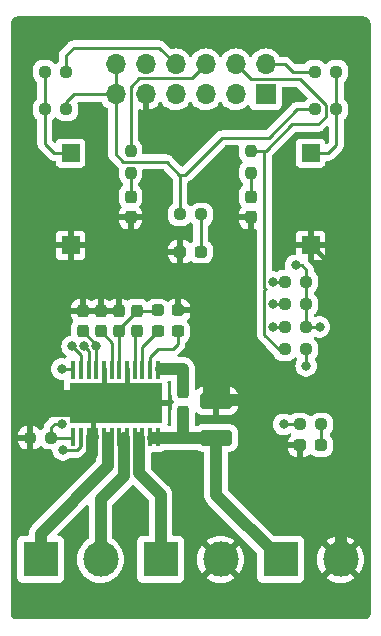
<source format=gtl>
G04 #@! TF.GenerationSoftware,KiCad,Pcbnew,7.0.9-7.0.9~ubuntu20.04.1*
G04 #@! TF.CreationDate,2024-01-18T00:40:06+01:00*
G04 #@! TF.ProjectId,kicad-pmod_bldc,6b696361-642d-4706-9d6f-645f626c6463,1.0*
G04 #@! TF.SameCoordinates,Original*
G04 #@! TF.FileFunction,Copper,L1,Top*
G04 #@! TF.FilePolarity,Positive*
%FSLAX46Y46*%
G04 Gerber Fmt 4.6, Leading zero omitted, Abs format (unit mm)*
G04 Created by KiCad (PCBNEW 7.0.9-7.0.9~ubuntu20.04.1) date 2024-01-18 00:40:06*
%MOMM*%
%LPD*%
G01*
G04 APERTURE LIST*
G04 Aperture macros list*
%AMRoundRect*
0 Rectangle with rounded corners*
0 $1 Rounding radius*
0 $2 $3 $4 $5 $6 $7 $8 $9 X,Y pos of 4 corners*
0 Add a 4 corners polygon primitive as box body*
4,1,4,$2,$3,$4,$5,$6,$7,$8,$9,$2,$3,0*
0 Add four circle primitives for the rounded corners*
1,1,$1+$1,$2,$3*
1,1,$1+$1,$4,$5*
1,1,$1+$1,$6,$7*
1,1,$1+$1,$8,$9*
0 Add four rect primitives between the rounded corners*
20,1,$1+$1,$2,$3,$4,$5,0*
20,1,$1+$1,$4,$5,$6,$7,0*
20,1,$1+$1,$6,$7,$8,$9,0*
20,1,$1+$1,$8,$9,$2,$3,0*%
G04 Aperture macros list end*
G04 #@! TA.AperFunction,SMDPad,CuDef*
%ADD10RoundRect,0.237500X0.250000X0.237500X-0.250000X0.237500X-0.250000X-0.237500X0.250000X-0.237500X0*%
G04 #@! TD*
G04 #@! TA.AperFunction,SMDPad,CuDef*
%ADD11RoundRect,0.237500X0.237500X-0.287500X0.237500X0.287500X-0.237500X0.287500X-0.237500X-0.287500X0*%
G04 #@! TD*
G04 #@! TA.AperFunction,SMDPad,CuDef*
%ADD12RoundRect,0.237500X-0.287500X-0.237500X0.287500X-0.237500X0.287500X0.237500X-0.287500X0.237500X0*%
G04 #@! TD*
G04 #@! TA.AperFunction,SMDPad,CuDef*
%ADD13RoundRect,0.237500X-0.237500X0.300000X-0.237500X-0.300000X0.237500X-0.300000X0.237500X0.300000X0*%
G04 #@! TD*
G04 #@! TA.AperFunction,SMDPad,CuDef*
%ADD14R,1.500000X1.500000*%
G04 #@! TD*
G04 #@! TA.AperFunction,ComponentPad*
%ADD15R,1.700000X1.700000*%
G04 #@! TD*
G04 #@! TA.AperFunction,ComponentPad*
%ADD16O,1.700000X1.700000*%
G04 #@! TD*
G04 #@! TA.AperFunction,SMDPad,CuDef*
%ADD17RoundRect,0.237500X-0.250000X-0.237500X0.250000X-0.237500X0.250000X0.237500X-0.250000X0.237500X0*%
G04 #@! TD*
G04 #@! TA.AperFunction,ComponentPad*
%ADD18R,3.000000X3.000000*%
G04 #@! TD*
G04 #@! TA.AperFunction,ComponentPad*
%ADD19C,3.000000*%
G04 #@! TD*
G04 #@! TA.AperFunction,SMDPad,CuDef*
%ADD20RoundRect,0.237500X-0.300000X-0.237500X0.300000X-0.237500X0.300000X0.237500X-0.300000X0.237500X0*%
G04 #@! TD*
G04 #@! TA.AperFunction,SMDPad,CuDef*
%ADD21RoundRect,0.237500X-0.237500X0.250000X-0.237500X-0.250000X0.237500X-0.250000X0.237500X0.250000X0*%
G04 #@! TD*
G04 #@! TA.AperFunction,SMDPad,CuDef*
%ADD22RoundRect,0.250000X1.100000X-0.412500X1.100000X0.412500X-1.100000X0.412500X-1.100000X-0.412500X0*%
G04 #@! TD*
G04 #@! TA.AperFunction,SMDPad,CuDef*
%ADD23RoundRect,0.100000X-0.100000X0.687500X-0.100000X-0.687500X0.100000X-0.687500X0.100000X0.687500X0*%
G04 #@! TD*
G04 #@! TA.AperFunction,ComponentPad*
%ADD24C,0.600000*%
G04 #@! TD*
G04 #@! TA.AperFunction,SMDPad,CuDef*
%ADD25R,7.800000X3.400000*%
G04 #@! TD*
G04 #@! TA.AperFunction,SMDPad,CuDef*
%ADD26RoundRect,0.237500X0.237500X-0.300000X0.237500X0.300000X-0.237500X0.300000X-0.237500X-0.300000X0*%
G04 #@! TD*
G04 #@! TA.AperFunction,SMDPad,CuDef*
%ADD27RoundRect,0.237500X-0.237500X0.287500X-0.237500X-0.287500X0.237500X-0.287500X0.237500X0.287500X0*%
G04 #@! TD*
G04 #@! TA.AperFunction,ViaPad*
%ADD28C,0.800000*%
G04 #@! TD*
G04 #@! TA.AperFunction,Conductor*
%ADD29C,1.000000*%
G04 #@! TD*
G04 #@! TA.AperFunction,Conductor*
%ADD30C,0.500000*%
G04 #@! TD*
G04 #@! TA.AperFunction,Conductor*
%ADD31C,0.400000*%
G04 #@! TD*
G04 #@! TA.AperFunction,Conductor*
%ADD32C,2.280000*%
G04 #@! TD*
G04 #@! TA.AperFunction,Conductor*
%ADD33C,0.250000*%
G04 #@! TD*
G04 APERTURE END LIST*
D10*
X102512500Y-86233000D03*
X100687500Y-86233000D03*
X124102500Y-73025000D03*
X122277500Y-73025000D03*
D11*
X109220000Y-67550000D03*
X109220000Y-65800000D03*
D12*
X123585000Y-86868000D03*
X125335000Y-86868000D03*
D13*
X106680000Y-75491000D03*
X106680000Y-77216000D03*
D14*
X104140000Y-62140000D03*
X104140000Y-69940000D03*
D15*
X120650000Y-57150000D03*
D16*
X120650000Y-54610000D03*
X118110000Y-57150000D03*
X118110000Y-54610000D03*
X115570000Y-57150000D03*
X115570000Y-54610000D03*
X113030000Y-57150000D03*
X113030000Y-54610000D03*
X110490000Y-57150000D03*
X110490000Y-54610000D03*
X107950000Y-57150000D03*
X107950000Y-54610000D03*
D17*
X124817500Y-55245000D03*
X126642500Y-55245000D03*
D18*
X121920000Y-96520000D03*
D19*
X127000000Y-96520000D03*
D20*
X111506000Y-77216000D03*
X113231000Y-77216000D03*
D10*
X124102500Y-78740000D03*
X122277500Y-78740000D03*
D12*
X111506000Y-75438000D03*
X113256000Y-75438000D03*
D18*
X101600000Y-96520000D03*
D19*
X106680000Y-96520000D03*
D21*
X109220000Y-61952500D03*
X109220000Y-63777500D03*
D22*
X116459000Y-86233000D03*
X116459000Y-83108000D03*
D10*
X124102500Y-74930000D03*
X122277500Y-74930000D03*
D13*
X105156000Y-75491000D03*
X105156000Y-77216000D03*
D17*
X113387500Y-67310000D03*
X115212500Y-67310000D03*
D10*
X124102500Y-76835000D03*
X122277500Y-76835000D03*
D13*
X108204000Y-75491000D03*
X108204000Y-77216000D03*
D11*
X119380000Y-67550000D03*
X119380000Y-65800000D03*
D21*
X119380000Y-61952500D03*
X119380000Y-63777500D03*
D12*
X113425000Y-70485000D03*
X115175000Y-70485000D03*
D10*
X103782500Y-58420000D03*
X101957500Y-58420000D03*
D23*
X111525000Y-80449500D03*
X110875000Y-80449500D03*
X110225000Y-80449500D03*
X109575000Y-80449500D03*
X108925000Y-80449500D03*
X108275000Y-80449500D03*
X107625000Y-80449500D03*
X106975000Y-80449500D03*
X106325000Y-80449500D03*
X105675000Y-80449500D03*
X105025000Y-80449500D03*
X104375000Y-80449500D03*
X104375000Y-86174500D03*
X105025000Y-86174500D03*
X105675000Y-86174500D03*
X106325000Y-86174500D03*
X106975000Y-86174500D03*
X107625000Y-86174500D03*
X108275000Y-86174500D03*
X108925000Y-86174500D03*
X109575000Y-86174500D03*
X110225000Y-86174500D03*
X110875000Y-86174500D03*
X111525000Y-86174500D03*
D24*
X111200000Y-82012000D03*
X109900000Y-82012000D03*
X108600000Y-82012000D03*
X107300000Y-82012000D03*
X106000000Y-82012000D03*
X104700000Y-82012000D03*
X111200000Y-83312000D03*
X109900000Y-83312000D03*
X108600000Y-83312000D03*
D25*
X107950000Y-83312000D03*
D24*
X107300000Y-83312000D03*
X106000000Y-83312000D03*
X104700000Y-83312000D03*
X111200000Y-84612000D03*
X109900000Y-84612000D03*
X108600000Y-84612000D03*
X107300000Y-84612000D03*
X106000000Y-84612000D03*
X104700000Y-84612000D03*
D14*
X124460000Y-62140000D03*
X124460000Y-69940000D03*
D10*
X103782500Y-55245000D03*
X101957500Y-55245000D03*
D26*
X113665000Y-84047500D03*
X113665000Y-82322500D03*
D27*
X109728000Y-75466000D03*
X109728000Y-77216000D03*
D17*
X123547500Y-85090000D03*
X125372500Y-85090000D03*
X124817500Y-58420000D03*
X126642500Y-58420000D03*
D18*
X111760000Y-96520000D03*
D19*
X116840000Y-96520000D03*
D28*
X105994200Y-87630000D03*
X107442000Y-67564000D03*
X122174000Y-85090000D03*
X125222000Y-76835000D03*
X106299000Y-78486000D03*
X123190000Y-71628000D03*
X105283000Y-78486000D03*
X121285000Y-73025000D03*
X121285000Y-74930000D03*
X104267000Y-78486000D03*
X103378000Y-80391000D03*
X121285000Y-76835000D03*
X124079000Y-80137000D03*
X103377500Y-85051500D03*
X103505000Y-87249000D03*
D29*
X121920000Y-96520000D02*
X116459000Y-91059000D01*
X113665000Y-86233000D02*
X111167000Y-86233000D01*
X111525000Y-86250000D02*
X111150000Y-86250000D01*
X116459000Y-86233000D02*
X113665000Y-86233000D01*
X116459000Y-91059000D02*
X116459000Y-86233000D01*
X111167000Y-86233000D02*
X111150000Y-86250000D01*
X113665000Y-84047500D02*
X113665000Y-86233000D01*
X113665000Y-82322500D02*
X113665000Y-80391000D01*
X113665000Y-80391000D02*
X111800000Y-80391000D01*
X111800000Y-80391000D02*
X111800000Y-80374000D01*
D30*
X108204000Y-75491000D02*
X108204000Y-73025000D01*
D31*
X108925000Y-80374000D02*
X108925000Y-82337000D01*
X108925000Y-82337000D02*
X107950000Y-83312000D01*
X117094000Y-72517000D02*
X116459000Y-73152000D01*
X106000000Y-84612000D02*
X106000000Y-86168700D01*
X104140000Y-72009000D02*
X105156000Y-73025000D01*
X109220000Y-72898000D02*
X109347000Y-73025000D01*
D29*
X116509000Y-83058000D02*
X116459000Y-83108000D01*
X116459000Y-83108000D02*
X116459000Y-82423000D01*
D31*
X113425000Y-72884000D02*
X113284000Y-73025000D01*
X105675000Y-86174500D02*
X105994200Y-86174500D01*
D29*
X127000000Y-84836000D02*
X127000000Y-83820000D01*
D30*
X106680000Y-75491000D02*
X106680000Y-73025000D01*
D32*
X106680000Y-73025000D02*
X108204000Y-73025000D01*
D31*
X119380000Y-67550000D02*
X117235000Y-67550000D01*
D32*
X116459000Y-73152000D02*
X116459000Y-82423000D01*
D31*
X120142000Y-83185000D02*
X120015000Y-83058000D01*
D32*
X100838000Y-83312000D02*
X100838000Y-73025000D01*
X113284000Y-73025000D02*
X116332000Y-73025000D01*
D30*
X105156000Y-75491000D02*
X105156000Y-73025000D01*
D31*
X109220000Y-67550000D02*
X107456000Y-67550000D01*
D29*
X120015000Y-83058000D02*
X116509000Y-83058000D01*
D31*
X106975000Y-82337000D02*
X107950000Y-83312000D01*
D29*
X127000000Y-83820000D02*
X126238000Y-83058000D01*
D31*
X124460000Y-69940000D02*
X127000000Y-72480000D01*
D32*
X109347000Y-73025000D02*
X113284000Y-73025000D01*
D29*
X127000000Y-96520000D02*
X127000000Y-84836000D01*
D31*
X105675000Y-83312000D02*
X107950000Y-83312000D01*
D29*
X126238000Y-83058000D02*
X120015000Y-83058000D01*
D31*
X104140000Y-69940000D02*
X104140000Y-72009000D01*
X109220000Y-67550000D02*
X109220000Y-72898000D01*
D32*
X116332000Y-73025000D02*
X116459000Y-73152000D01*
D31*
X106975000Y-80374000D02*
X106975000Y-82337000D01*
D32*
X100838000Y-73025000D02*
X105156000Y-73025000D01*
D31*
X123585000Y-86868000D02*
X120904000Y-86868000D01*
X117235000Y-67550000D02*
X117094000Y-67691000D01*
X117094000Y-67691000D02*
X117094000Y-72517000D01*
D29*
X105994200Y-86174500D02*
X106000000Y-86168700D01*
D32*
X107950000Y-83312000D02*
X100838000Y-83312000D01*
D31*
X100687500Y-86233000D02*
X100687500Y-83462500D01*
X120142000Y-86106000D02*
X120142000Y-83185000D01*
D32*
X108204000Y-73025000D02*
X109347000Y-73025000D01*
D31*
X127000000Y-72480000D02*
X127000000Y-84836000D01*
X107456000Y-67550000D02*
X107442000Y-67564000D01*
D29*
X105994200Y-87630000D02*
X105994200Y-86174500D01*
D30*
X113256000Y-73053000D02*
X113284000Y-73025000D01*
D31*
X120904000Y-86868000D02*
X120142000Y-86106000D01*
D32*
X105156000Y-73025000D02*
X106680000Y-73025000D01*
D30*
X113256000Y-75438000D02*
X113256000Y-73053000D01*
D31*
X105994200Y-86174500D02*
X106325000Y-86174500D01*
X100687500Y-83462500D02*
X100838000Y-83312000D01*
X113425000Y-70485000D02*
X113425000Y-72884000D01*
D33*
X110225000Y-80374000D02*
X110225000Y-78497000D01*
X110225000Y-78497000D02*
X111506000Y-77216000D01*
X112776000Y-78740000D02*
X113231000Y-78285000D01*
X110875000Y-79386500D02*
X111521500Y-78740000D01*
X111521500Y-78740000D02*
X112776000Y-78740000D01*
X113231000Y-78285000D02*
X113231000Y-77216000D01*
X110875000Y-80374000D02*
X110875000Y-79386500D01*
X107625000Y-78161000D02*
X106680000Y-77216000D01*
X107625000Y-80374000D02*
X107625000Y-78161000D01*
X106299000Y-78359000D02*
X105156000Y-77216000D01*
X123698000Y-71628000D02*
X124102500Y-72032500D01*
X124102500Y-76835000D02*
X125222000Y-76835000D01*
X106325000Y-78512000D02*
X106325000Y-80374000D01*
X124102500Y-72032500D02*
X124102500Y-73025000D01*
X123547500Y-85090000D02*
X122174000Y-85090000D01*
X124102500Y-74930000D02*
X124102500Y-73025000D01*
X106299000Y-78486000D02*
X106325000Y-78512000D01*
X124102500Y-76835000D02*
X124102500Y-74930000D01*
X106299000Y-78486000D02*
X106299000Y-78359000D01*
X123190000Y-71628000D02*
X123698000Y-71628000D01*
X119380000Y-63777500D02*
X119380000Y-65800000D01*
X125372500Y-85090000D02*
X125372500Y-86830500D01*
X125372500Y-86830500D02*
X125335000Y-86868000D01*
X115175000Y-67347500D02*
X115212500Y-67310000D01*
X115175000Y-70485000D02*
X115175000Y-67347500D01*
X109575000Y-80374000D02*
X109575000Y-77369000D01*
X109575000Y-77369000D02*
X109728000Y-77216000D01*
X105675000Y-78878000D02*
X105675000Y-80374000D01*
X105283000Y-78486000D02*
X105675000Y-78878000D01*
X122277500Y-73025000D02*
X121285000Y-73025000D01*
X105025000Y-80374000D02*
X105025000Y-79253305D01*
X105025000Y-79253305D02*
X104267000Y-78495305D01*
X104267000Y-78495305D02*
X104267000Y-78486000D01*
X122277500Y-74930000D02*
X121285000Y-74930000D01*
X104375000Y-80374000D02*
X103395000Y-80374000D01*
X103395000Y-80374000D02*
X103378000Y-80391000D01*
X122277500Y-76835000D02*
X121285000Y-76835000D01*
X124102500Y-80113500D02*
X124079000Y-80137000D01*
X124102500Y-78740000D02*
X124102500Y-80113500D01*
X103377500Y-85051500D02*
X102781500Y-85051500D01*
X102781500Y-85051500D02*
X102512500Y-85320500D01*
X102512500Y-85320500D02*
X102512500Y-86233000D01*
X102529500Y-86250000D02*
X102512500Y-86233000D01*
X104375000Y-86250000D02*
X102529500Y-86250000D01*
X104653812Y-87287000D02*
X105025000Y-86915812D01*
X103543000Y-87287000D02*
X104653812Y-87287000D01*
X105025000Y-86915812D02*
X105025000Y-86250000D01*
X103505000Y-87249000D02*
X103543000Y-87287000D01*
D29*
X101600000Y-96520000D02*
X101600000Y-94361000D01*
D33*
X107625000Y-86250000D02*
X107332000Y-86250000D01*
X107298000Y-86250000D02*
X107315000Y-86233000D01*
X107332000Y-86250000D02*
X107315000Y-86233000D01*
D29*
X101600000Y-94361000D02*
X107315000Y-88646000D01*
D33*
X106975000Y-86250000D02*
X107298000Y-86250000D01*
D29*
X107315000Y-88646000D02*
X107315000Y-86233000D01*
X106680000Y-96520000D02*
X106680000Y-91440000D01*
X108650000Y-89470000D02*
X108650000Y-86250000D01*
D33*
X108925000Y-86250000D02*
X108650000Y-86250000D01*
X108275000Y-86250000D02*
X108650000Y-86250000D01*
D29*
X106680000Y-91440000D02*
X108650000Y-89470000D01*
D33*
X110225000Y-86250000D02*
X109950000Y-86250000D01*
D29*
X109950000Y-89249000D02*
X109950000Y-86250000D01*
X111760000Y-91059000D02*
X109950000Y-89249000D01*
X111760000Y-96520000D02*
X111760000Y-91059000D01*
D33*
X109575000Y-86250000D02*
X109950000Y-86250000D01*
X109220000Y-56515000D02*
X109950000Y-55785000D01*
X114395000Y-55785000D02*
X115570000Y-54610000D01*
X109950000Y-55785000D02*
X114395000Y-55785000D01*
X109220000Y-61952500D02*
X109220000Y-56515000D01*
X120560000Y-62042500D02*
X120650000Y-61952500D01*
X118110000Y-54610000D02*
X119380000Y-55880000D01*
X125730000Y-58042924D02*
X125730000Y-59055000D01*
X120560000Y-77510000D02*
X120560000Y-73750000D01*
X122912500Y-59690000D02*
X120650000Y-61952500D01*
X119380000Y-55880000D02*
X123567076Y-55880000D01*
X120650000Y-61952500D02*
X119380000Y-61952500D01*
X123567076Y-55880000D02*
X125730000Y-58042924D01*
X125095000Y-59690000D02*
X122912500Y-59690000D01*
X120560000Y-73750000D02*
X120650000Y-73660000D01*
X121790000Y-78740000D02*
X120560000Y-77510000D01*
X125730000Y-59055000D02*
X125095000Y-59690000D01*
X120650000Y-73660000D02*
X120560000Y-73570000D01*
X120560000Y-73570000D02*
X120560000Y-62042500D01*
X122277500Y-78740000D02*
X121790000Y-78740000D01*
X124817500Y-55245000D02*
X122936000Y-55245000D01*
X122936000Y-55245000D02*
X122301000Y-54610000D01*
X122301000Y-54610000D02*
X120650000Y-54610000D01*
X111633000Y-53213000D02*
X113030000Y-54610000D01*
X104394000Y-53213000D02*
X111633000Y-53213000D01*
X103782500Y-53824500D02*
X104394000Y-53213000D01*
X103782500Y-55245000D02*
X103782500Y-53824500D01*
X107950000Y-62230000D02*
X107950000Y-57150000D01*
X123317000Y-58420000D02*
X120904000Y-60833000D01*
X113387500Y-67310000D02*
X113411000Y-67286500D01*
X112268000Y-62865000D02*
X108585000Y-62865000D01*
X103782500Y-58420000D02*
X103782500Y-57761500D01*
X107950000Y-54610000D02*
X107950000Y-57150000D01*
X103782500Y-57761500D02*
X104394000Y-57150000D01*
X116967000Y-60833000D02*
X113855500Y-63944500D01*
X113855500Y-63944500D02*
X113347500Y-63944500D01*
X113411000Y-67286500D02*
X113411000Y-64008000D01*
X104394000Y-57150000D02*
X107950000Y-57150000D01*
X120904000Y-60833000D02*
X116967000Y-60833000D01*
X113411000Y-64008000D02*
X113347500Y-63944500D01*
X108585000Y-62865000D02*
X107950000Y-62230000D01*
X124817500Y-58420000D02*
X123317000Y-58420000D01*
X113347500Y-63944500D02*
X112268000Y-62865000D01*
X102780000Y-62140000D02*
X104140000Y-62140000D01*
X101957500Y-61317500D02*
X102780000Y-62140000D01*
X101957500Y-58420000D02*
X101957500Y-61317500D01*
X101957500Y-55245000D02*
X101957500Y-58420000D01*
X125947000Y-62140000D02*
X126642500Y-61444500D01*
X124460000Y-62140000D02*
X125947000Y-62140000D01*
X126642500Y-61444500D02*
X126642500Y-58420000D01*
X126642500Y-55245000D02*
X126642500Y-58420000D01*
X108204000Y-76990000D02*
X109728000Y-75466000D01*
X109728000Y-75466000D02*
X111478000Y-75466000D01*
X108204000Y-77216000D02*
X108204000Y-76990000D01*
X108275000Y-80374000D02*
X108275000Y-77287000D01*
X108275000Y-77287000D02*
X108204000Y-77216000D01*
X111478000Y-75466000D02*
X111506000Y-75438000D01*
X109220000Y-63777500D02*
X109220000Y-65800000D01*
G04 #@! TA.AperFunction,Conductor*
G36*
X106217539Y-85994185D02*
G01*
X106263294Y-86046989D01*
X106274500Y-86098499D01*
X106274501Y-86250499D01*
X106254817Y-86317539D01*
X106202013Y-86363294D01*
X106150501Y-86374500D01*
X105849499Y-86374500D01*
X105782460Y-86354815D01*
X105736705Y-86302011D01*
X105725499Y-86250502D01*
X105725499Y-86098498D01*
X105745184Y-86031461D01*
X105797988Y-85985706D01*
X105849499Y-85974500D01*
X106150500Y-85974500D01*
X106217539Y-85994185D01*
G37*
G04 #@! TD.AperFunction*
G04 #@! TA.AperFunction,Conductor*
G36*
X123323663Y-56525185D02*
G01*
X123344305Y-56541819D01*
X124178523Y-57376037D01*
X124212008Y-57437360D01*
X124207024Y-57507052D01*
X124165152Y-57562985D01*
X124155941Y-57569255D01*
X124106653Y-57599657D01*
X124106649Y-57599660D01*
X123984660Y-57721649D01*
X123984659Y-57721651D01*
X123976058Y-57735596D01*
X123924110Y-57782321D01*
X123870519Y-57794500D01*
X123399737Y-57794500D01*
X123384120Y-57792776D01*
X123384093Y-57793062D01*
X123376331Y-57792327D01*
X123307203Y-57794500D01*
X123277650Y-57794500D01*
X123276929Y-57794590D01*
X123270757Y-57795369D01*
X123264945Y-57795826D01*
X123218378Y-57797290D01*
X123218367Y-57797292D01*
X123199134Y-57802879D01*
X123180094Y-57806822D01*
X123160217Y-57809334D01*
X123160210Y-57809335D01*
X123160208Y-57809336D01*
X123160206Y-57809336D01*
X123160205Y-57809337D01*
X123116868Y-57826494D01*
X123111342Y-57828386D01*
X123066611Y-57841382D01*
X123066608Y-57841383D01*
X123049363Y-57851581D01*
X123031901Y-57860135D01*
X123013272Y-57867511D01*
X123013267Y-57867513D01*
X122975564Y-57894906D01*
X122970682Y-57898112D01*
X122930580Y-57921828D01*
X122916408Y-57936000D01*
X122901623Y-57948628D01*
X122885412Y-57960407D01*
X122855709Y-57996310D01*
X122851776Y-58000631D01*
X121754539Y-59097870D01*
X120681228Y-60171181D01*
X120619905Y-60204666D01*
X120593547Y-60207500D01*
X117049737Y-60207500D01*
X117034120Y-60205776D01*
X117034093Y-60206062D01*
X117026331Y-60205327D01*
X116957203Y-60207500D01*
X116927650Y-60207500D01*
X116926929Y-60207590D01*
X116920757Y-60208369D01*
X116914945Y-60208826D01*
X116868372Y-60210290D01*
X116868369Y-60210291D01*
X116849126Y-60215881D01*
X116830083Y-60219825D01*
X116810204Y-60222336D01*
X116810203Y-60222337D01*
X116766878Y-60239490D01*
X116761352Y-60241382D01*
X116716608Y-60254383D01*
X116716604Y-60254385D01*
X116699365Y-60264580D01*
X116681898Y-60273137D01*
X116663269Y-60280512D01*
X116663267Y-60280513D01*
X116625564Y-60307906D01*
X116620682Y-60311112D01*
X116580580Y-60334828D01*
X116566408Y-60349000D01*
X116551623Y-60361628D01*
X116535412Y-60373407D01*
X116505709Y-60409310D01*
X116501777Y-60413631D01*
X113689180Y-63226227D01*
X113627857Y-63259712D01*
X113558165Y-63254728D01*
X113513818Y-63226227D01*
X112768803Y-62481212D01*
X112758980Y-62468950D01*
X112758759Y-62469134D01*
X112753786Y-62463123D01*
X112724527Y-62435647D01*
X112703364Y-62415773D01*
X112692919Y-62405328D01*
X112682475Y-62394883D01*
X112676986Y-62390625D01*
X112672561Y-62386847D01*
X112638582Y-62354938D01*
X112638580Y-62354936D01*
X112638577Y-62354935D01*
X112621029Y-62345288D01*
X112604763Y-62334604D01*
X112588936Y-62322327D01*
X112588935Y-62322326D01*
X112588933Y-62322325D01*
X112546168Y-62303818D01*
X112540922Y-62301248D01*
X112500093Y-62278803D01*
X112500092Y-62278802D01*
X112480693Y-62273822D01*
X112462281Y-62267518D01*
X112443898Y-62259562D01*
X112443892Y-62259560D01*
X112397874Y-62252272D01*
X112392152Y-62251087D01*
X112347021Y-62239500D01*
X112347019Y-62239500D01*
X112326984Y-62239500D01*
X112307586Y-62237973D01*
X112300162Y-62236797D01*
X112287805Y-62234840D01*
X112287804Y-62234840D01*
X112241416Y-62239225D01*
X112235578Y-62239500D01*
X110319500Y-62239500D01*
X110252461Y-62219815D01*
X110206706Y-62167011D01*
X110195500Y-62115500D01*
X110195499Y-61653330D01*
X110195498Y-61653312D01*
X110185174Y-61552247D01*
X110159342Y-61474292D01*
X110130908Y-61388484D01*
X110040340Y-61241650D01*
X109918350Y-61119660D01*
X109904400Y-61111055D01*
X109857677Y-61059105D01*
X109845500Y-61005518D01*
X109845500Y-58533665D01*
X109865185Y-58466626D01*
X109917989Y-58420871D01*
X109987147Y-58410927D01*
X110021914Y-58421287D01*
X110026513Y-58423432D01*
X110026516Y-58423433D01*
X110240000Y-58480634D01*
X110240000Y-57585501D01*
X110347685Y-57634680D01*
X110454237Y-57650000D01*
X110525763Y-57650000D01*
X110632315Y-57634680D01*
X110740000Y-57585501D01*
X110740000Y-58480633D01*
X110953483Y-58423433D01*
X110953492Y-58423429D01*
X111167578Y-58323600D01*
X111361082Y-58188105D01*
X111528105Y-58021082D01*
X111658119Y-57835405D01*
X111712696Y-57791781D01*
X111782195Y-57784588D01*
X111844549Y-57816110D01*
X111861269Y-57835405D01*
X111991505Y-58021401D01*
X112158599Y-58188495D01*
X112255384Y-58256265D01*
X112352165Y-58324032D01*
X112352167Y-58324033D01*
X112352170Y-58324035D01*
X112566337Y-58423903D01*
X112566343Y-58423904D01*
X112566344Y-58423905D01*
X112621285Y-58438626D01*
X112794592Y-58485063D01*
X112971034Y-58500500D01*
X113029999Y-58505659D01*
X113030000Y-58505659D01*
X113030001Y-58505659D01*
X113088966Y-58500500D01*
X113265408Y-58485063D01*
X113493663Y-58423903D01*
X113707830Y-58324035D01*
X113901401Y-58188495D01*
X114068495Y-58021401D01*
X114198425Y-57835842D01*
X114253002Y-57792217D01*
X114322500Y-57785023D01*
X114384855Y-57816546D01*
X114401575Y-57835842D01*
X114531281Y-58021082D01*
X114531505Y-58021401D01*
X114698599Y-58188495D01*
X114795384Y-58256265D01*
X114892165Y-58324032D01*
X114892167Y-58324033D01*
X114892170Y-58324035D01*
X115106337Y-58423903D01*
X115106343Y-58423904D01*
X115106344Y-58423905D01*
X115161285Y-58438626D01*
X115334592Y-58485063D01*
X115511034Y-58500500D01*
X115569999Y-58505659D01*
X115570000Y-58505659D01*
X115570001Y-58505659D01*
X115628966Y-58500500D01*
X115805408Y-58485063D01*
X116033663Y-58423903D01*
X116247830Y-58324035D01*
X116441401Y-58188495D01*
X116608495Y-58021401D01*
X116738425Y-57835842D01*
X116793002Y-57792217D01*
X116862500Y-57785023D01*
X116924855Y-57816546D01*
X116941575Y-57835842D01*
X117071281Y-58021082D01*
X117071505Y-58021401D01*
X117238599Y-58188495D01*
X117335384Y-58256265D01*
X117432165Y-58324032D01*
X117432167Y-58324033D01*
X117432170Y-58324035D01*
X117646337Y-58423903D01*
X117646343Y-58423904D01*
X117646344Y-58423905D01*
X117701285Y-58438626D01*
X117874592Y-58485063D01*
X118051034Y-58500500D01*
X118109999Y-58505659D01*
X118110000Y-58505659D01*
X118110001Y-58505659D01*
X118168966Y-58500500D01*
X118345408Y-58485063D01*
X118573663Y-58423903D01*
X118787830Y-58324035D01*
X118981401Y-58188495D01*
X119103329Y-58066566D01*
X119164648Y-58033084D01*
X119234340Y-58038068D01*
X119290274Y-58079939D01*
X119307189Y-58110917D01*
X119356202Y-58242328D01*
X119356206Y-58242335D01*
X119442452Y-58357544D01*
X119442455Y-58357547D01*
X119557664Y-58443793D01*
X119557671Y-58443797D01*
X119692517Y-58494091D01*
X119692516Y-58494091D01*
X119699444Y-58494835D01*
X119752127Y-58500500D01*
X121547872Y-58500499D01*
X121607483Y-58494091D01*
X121742331Y-58443796D01*
X121857546Y-58357546D01*
X121943796Y-58242331D01*
X121994091Y-58107483D01*
X122000500Y-58047873D01*
X122000499Y-56629499D01*
X122020184Y-56562461D01*
X122072987Y-56516706D01*
X122124499Y-56505500D01*
X123256624Y-56505500D01*
X123323663Y-56525185D01*
G37*
G04 #@! TD.AperFunction*
G04 #@! TA.AperFunction,Conductor*
G36*
X110683039Y-56430185D02*
G01*
X110728794Y-56482989D01*
X110740000Y-56534500D01*
X110740000Y-56714498D01*
X110632315Y-56665320D01*
X110525763Y-56650000D01*
X110454237Y-56650000D01*
X110347685Y-56665320D01*
X110240000Y-56714498D01*
X110240000Y-56534500D01*
X110259685Y-56467461D01*
X110312489Y-56421706D01*
X110364000Y-56410500D01*
X110616000Y-56410500D01*
X110683039Y-56430185D01*
G37*
G04 #@! TD.AperFunction*
G04 #@! TA.AperFunction,Conductor*
G36*
X110347685Y-55094680D02*
G01*
X110454237Y-55110000D01*
X110525763Y-55110000D01*
X110632315Y-55094680D01*
X110736608Y-55047050D01*
X110720315Y-55102539D01*
X110667511Y-55148294D01*
X110616000Y-55159500D01*
X110364000Y-55159500D01*
X110296961Y-55139815D01*
X110251206Y-55087011D01*
X110242415Y-55046604D01*
X110347685Y-55094680D01*
G37*
G04 #@! TD.AperFunction*
G04 #@! TA.AperFunction,Conductor*
G36*
X128908460Y-50546890D02*
G01*
X128911301Y-50547209D01*
X128931348Y-50549468D01*
X129043499Y-50564233D01*
X129068249Y-50570126D01*
X129112451Y-50585593D01*
X129115637Y-50586810D01*
X129190533Y-50617833D01*
X129209028Y-50627387D01*
X129241778Y-50647965D01*
X129254423Y-50655911D01*
X129259168Y-50659210D01*
X129323502Y-50708575D01*
X129329590Y-50713914D01*
X129372083Y-50756407D01*
X129377429Y-50762503D01*
X129426778Y-50826816D01*
X129430087Y-50831575D01*
X129448162Y-50860339D01*
X129458607Y-50876962D01*
X129468172Y-50895478D01*
X129499176Y-50970329D01*
X129500416Y-50973578D01*
X129515869Y-51017740D01*
X129521767Y-51042510D01*
X129536531Y-51154654D01*
X129536538Y-51154715D01*
X129539110Y-51177538D01*
X129539500Y-51184481D01*
X129539500Y-101088517D01*
X129539110Y-101095465D01*
X129536532Y-101118340D01*
X129525810Y-101199773D01*
X129519913Y-101224540D01*
X129507767Y-101259249D01*
X129506527Y-101262499D01*
X129483564Y-101317936D01*
X129473998Y-101336454D01*
X129451731Y-101371892D01*
X129448419Y-101376653D01*
X129410901Y-101425547D01*
X129405548Y-101431650D01*
X129371650Y-101465548D01*
X129365547Y-101470901D01*
X129316653Y-101508419D01*
X129311892Y-101511731D01*
X129276454Y-101533998D01*
X129257936Y-101543564D01*
X129202499Y-101566527D01*
X129199249Y-101567767D01*
X129164540Y-101579913D01*
X129139773Y-101585810D01*
X129058340Y-101596532D01*
X129050728Y-101597389D01*
X129035457Y-101599110D01*
X129028517Y-101599500D01*
X99571482Y-101599500D01*
X99564543Y-101599110D01*
X99545079Y-101596917D01*
X99541659Y-101596532D01*
X99460225Y-101585810D01*
X99435458Y-101579913D01*
X99400749Y-101567767D01*
X99397499Y-101566527D01*
X99342062Y-101543564D01*
X99323544Y-101533998D01*
X99288106Y-101511731D01*
X99283352Y-101508424D01*
X99234446Y-101470897D01*
X99228348Y-101465548D01*
X99194450Y-101431650D01*
X99189104Y-101425555D01*
X99151569Y-101376638D01*
X99148277Y-101371906D01*
X99125997Y-101336449D01*
X99116437Y-101317941D01*
X99093458Y-101262466D01*
X99092231Y-101259249D01*
X99080082Y-101224529D01*
X99074188Y-101199770D01*
X99063468Y-101118340D01*
X99061570Y-101101498D01*
X99060890Y-101095459D01*
X99060500Y-101088513D01*
X99060500Y-98067870D01*
X99599500Y-98067870D01*
X99599501Y-98067876D01*
X99605908Y-98127483D01*
X99656202Y-98262328D01*
X99656206Y-98262335D01*
X99742452Y-98377544D01*
X99742455Y-98377547D01*
X99857664Y-98463793D01*
X99857671Y-98463797D01*
X99992517Y-98514091D01*
X99992516Y-98514091D01*
X99999444Y-98514835D01*
X100052127Y-98520500D01*
X103147872Y-98520499D01*
X103207483Y-98514091D01*
X103342331Y-98463796D01*
X103457546Y-98377546D01*
X103543796Y-98262331D01*
X103594091Y-98127483D01*
X103600500Y-98067873D01*
X103600499Y-94972128D01*
X103594091Y-94912517D01*
X103564506Y-94833196D01*
X103543797Y-94777671D01*
X103543793Y-94777664D01*
X103457547Y-94662455D01*
X103457544Y-94662452D01*
X103342335Y-94576206D01*
X103342328Y-94576202D01*
X103207482Y-94525908D01*
X103207483Y-94525908D01*
X103144572Y-94519145D01*
X103144686Y-94518077D01*
X103082984Y-94496284D01*
X103040141Y-94441091D01*
X103033940Y-94371497D01*
X103066347Y-94309598D01*
X103067804Y-94308115D01*
X105467821Y-91908099D01*
X105529142Y-91874616D01*
X105598834Y-91879600D01*
X105654767Y-91921472D01*
X105679184Y-91986936D01*
X105679500Y-91995782D01*
X105679500Y-94713434D01*
X105659815Y-94780473D01*
X105614929Y-94822265D01*
X105595690Y-94832770D01*
X105595682Y-94832775D01*
X105366612Y-95004254D01*
X105366594Y-95004270D01*
X105164270Y-95206594D01*
X105164254Y-95206612D01*
X104992775Y-95435682D01*
X104992770Y-95435690D01*
X104855635Y-95686833D01*
X104755628Y-95954962D01*
X104694804Y-96234566D01*
X104674390Y-96519998D01*
X104674390Y-96520001D01*
X104694804Y-96805433D01*
X104755628Y-97085037D01*
X104755630Y-97085043D01*
X104755631Y-97085046D01*
X104828345Y-97280000D01*
X104855635Y-97353166D01*
X104992770Y-97604309D01*
X104992775Y-97604317D01*
X105164254Y-97833387D01*
X105164270Y-97833405D01*
X105366594Y-98035729D01*
X105366612Y-98035745D01*
X105595682Y-98207224D01*
X105595690Y-98207229D01*
X105846833Y-98344364D01*
X105846832Y-98344364D01*
X105846836Y-98344365D01*
X105846839Y-98344367D01*
X106114954Y-98444369D01*
X106114960Y-98444370D01*
X106114962Y-98444371D01*
X106394566Y-98505195D01*
X106394568Y-98505195D01*
X106394572Y-98505196D01*
X106648220Y-98523337D01*
X106679999Y-98525610D01*
X106680000Y-98525610D01*
X106680001Y-98525610D01*
X106708595Y-98523564D01*
X106965428Y-98505196D01*
X107155742Y-98463796D01*
X107245037Y-98444371D01*
X107245037Y-98444370D01*
X107245046Y-98444369D01*
X107513161Y-98344367D01*
X107764315Y-98207226D01*
X107993395Y-98035739D01*
X108195739Y-97833395D01*
X108367226Y-97604315D01*
X108504367Y-97353161D01*
X108604369Y-97085046D01*
X108665196Y-96805428D01*
X108685610Y-96520000D01*
X108665196Y-96234572D01*
X108661358Y-96216930D01*
X108604371Y-95954962D01*
X108604370Y-95954960D01*
X108604369Y-95954954D01*
X108504367Y-95686839D01*
X108367372Y-95435953D01*
X108367229Y-95435690D01*
X108367224Y-95435682D01*
X108195745Y-95206612D01*
X108195729Y-95206594D01*
X107993405Y-95004270D01*
X107993387Y-95004254D01*
X107764317Y-94832775D01*
X107764309Y-94832770D01*
X107745071Y-94822265D01*
X107695667Y-94772859D01*
X107680500Y-94713434D01*
X107680500Y-91905782D01*
X107700185Y-91838743D01*
X107716814Y-91818106D01*
X109322820Y-90212099D01*
X109384141Y-90178616D01*
X109453833Y-90183600D01*
X109498180Y-90212101D01*
X110723181Y-91437102D01*
X110756666Y-91498425D01*
X110759500Y-91524783D01*
X110759500Y-94395500D01*
X110739815Y-94462539D01*
X110687011Y-94508294D01*
X110635500Y-94519500D01*
X110212129Y-94519500D01*
X110212123Y-94519501D01*
X110152516Y-94525908D01*
X110017671Y-94576202D01*
X110017664Y-94576206D01*
X109902455Y-94662452D01*
X109902452Y-94662455D01*
X109816206Y-94777664D01*
X109816202Y-94777671D01*
X109765908Y-94912517D01*
X109759501Y-94972116D01*
X109759501Y-94972123D01*
X109759500Y-94972135D01*
X109759500Y-98067870D01*
X109759501Y-98067876D01*
X109765908Y-98127483D01*
X109816202Y-98262328D01*
X109816206Y-98262335D01*
X109902452Y-98377544D01*
X109902455Y-98377547D01*
X110017664Y-98463793D01*
X110017671Y-98463797D01*
X110152517Y-98514091D01*
X110152516Y-98514091D01*
X110159444Y-98514835D01*
X110212127Y-98520500D01*
X113307872Y-98520499D01*
X113367483Y-98514091D01*
X113502331Y-98463796D01*
X113617546Y-98377546D01*
X113703796Y-98262331D01*
X113754091Y-98127483D01*
X113760500Y-98067873D01*
X113760500Y-96520001D01*
X114834891Y-96520001D01*
X114855300Y-96805362D01*
X114916109Y-97084895D01*
X115016091Y-97352958D01*
X115153191Y-97604038D01*
X115153196Y-97604046D01*
X115259882Y-97746561D01*
X115259883Y-97746562D01*
X116155195Y-96851250D01*
X116177340Y-96902587D01*
X116283433Y-97045094D01*
X116419530Y-97159294D01*
X116509216Y-97204335D01*
X115613436Y-98100115D01*
X115755960Y-98206807D01*
X115755961Y-98206808D01*
X116007042Y-98343908D01*
X116007041Y-98343908D01*
X116275104Y-98443890D01*
X116554637Y-98504699D01*
X116839999Y-98525109D01*
X116840001Y-98525109D01*
X117125362Y-98504699D01*
X117404895Y-98443890D01*
X117672958Y-98343908D01*
X117924047Y-98206803D01*
X118066561Y-98100116D01*
X118066562Y-98100115D01*
X117173748Y-97207300D01*
X117183409Y-97203784D01*
X117331844Y-97106157D01*
X117453764Y-96976930D01*
X117525768Y-96852215D01*
X118420115Y-97746562D01*
X118420116Y-97746561D01*
X118526803Y-97604047D01*
X118663908Y-97352958D01*
X118763890Y-97084895D01*
X118824699Y-96805362D01*
X118845109Y-96520001D01*
X118845109Y-96519998D01*
X118824699Y-96234637D01*
X118763890Y-95955104D01*
X118663908Y-95687041D01*
X118526808Y-95435961D01*
X118526807Y-95435960D01*
X118420115Y-95293436D01*
X117524803Y-96188747D01*
X117502660Y-96137413D01*
X117396567Y-95994906D01*
X117260470Y-95880706D01*
X117170782Y-95835663D01*
X118066562Y-94939883D01*
X118066561Y-94939882D01*
X117924046Y-94833196D01*
X117924038Y-94833191D01*
X117672957Y-94696091D01*
X117672958Y-94696091D01*
X117404895Y-94596109D01*
X117125362Y-94535300D01*
X116840001Y-94514891D01*
X116839999Y-94514891D01*
X116554637Y-94535300D01*
X116275104Y-94596109D01*
X116007041Y-94696091D01*
X115755961Y-94833191D01*
X115755953Y-94833196D01*
X115613437Y-94939882D01*
X115613436Y-94939883D01*
X116506252Y-95832699D01*
X116496591Y-95836216D01*
X116348156Y-95933843D01*
X116226236Y-96063070D01*
X116154231Y-96187784D01*
X115259883Y-95293436D01*
X115259882Y-95293437D01*
X115153196Y-95435953D01*
X115153191Y-95435961D01*
X115016091Y-95687041D01*
X114916109Y-95955104D01*
X114855300Y-96234637D01*
X114834891Y-96519998D01*
X114834891Y-96520001D01*
X113760500Y-96520001D01*
X113760499Y-94972128D01*
X113754091Y-94912517D01*
X113724506Y-94833196D01*
X113703797Y-94777671D01*
X113703793Y-94777664D01*
X113617547Y-94662455D01*
X113617544Y-94662452D01*
X113502335Y-94576206D01*
X113502328Y-94576202D01*
X113367482Y-94525908D01*
X113367483Y-94525908D01*
X113307883Y-94519501D01*
X113307881Y-94519500D01*
X113307873Y-94519500D01*
X113307865Y-94519500D01*
X112884500Y-94519500D01*
X112817461Y-94499815D01*
X112771706Y-94447011D01*
X112760500Y-94395500D01*
X112760500Y-91071715D01*
X112762757Y-90982642D01*
X112762756Y-90982641D01*
X112762757Y-90982637D01*
X112751930Y-90922234D01*
X112751280Y-90917599D01*
X112745074Y-90856562D01*
X112734790Y-90823786D01*
X112732920Y-90816168D01*
X112726859Y-90782348D01*
X112726858Y-90782346D01*
X112726858Y-90782344D01*
X112704098Y-90725366D01*
X112702517Y-90720925D01*
X112684160Y-90662415D01*
X112684159Y-90662414D01*
X112684159Y-90662412D01*
X112667482Y-90632366D01*
X112664122Y-90625288D01*
X112661840Y-90619575D01*
X112651378Y-90593383D01*
X112651375Y-90593378D01*
X112651374Y-90593376D01*
X112638853Y-90574378D01*
X112617605Y-90542139D01*
X112615183Y-90538142D01*
X112585409Y-90484498D01*
X112563034Y-90458434D01*
X112558306Y-90452163D01*
X112539404Y-90423484D01*
X112539399Y-90423478D01*
X112517715Y-90401795D01*
X112496019Y-90380099D01*
X112492828Y-90376655D01*
X112452865Y-90330104D01*
X112425694Y-90309072D01*
X112419807Y-90303887D01*
X110986819Y-88870899D01*
X110953334Y-88809576D01*
X110950500Y-88783218D01*
X110950500Y-87579651D01*
X110970185Y-87512612D01*
X111022989Y-87466857D01*
X111058314Y-87456712D01*
X111131762Y-87447044D01*
X111152545Y-87438434D01*
X111222014Y-87430965D01*
X111247453Y-87438434D01*
X111268238Y-87447044D01*
X111385639Y-87462500D01*
X111664360Y-87462499D01*
X111664363Y-87462499D01*
X111781753Y-87447046D01*
X111781757Y-87447044D01*
X111781762Y-87447044D01*
X111927841Y-87386536D01*
X112053282Y-87290282D01*
X112059626Y-87282013D01*
X112116054Y-87240811D01*
X112158002Y-87233500D01*
X113563259Y-87233500D01*
X113638071Y-87233500D01*
X113641211Y-87233580D01*
X113667842Y-87234930D01*
X113715936Y-87237369D01*
X113731857Y-87234930D01*
X113750633Y-87233500D01*
X114847539Y-87233500D01*
X114912633Y-87251960D01*
X115039666Y-87330314D01*
X115206203Y-87385499D01*
X115308991Y-87396000D01*
X115334498Y-87395999D01*
X115401536Y-87415681D01*
X115447293Y-87468484D01*
X115458500Y-87519999D01*
X115458500Y-91046283D01*
X115456243Y-91135362D01*
X115456243Y-91135370D01*
X115467064Y-91195739D01*
X115467718Y-91200404D01*
X115473925Y-91261430D01*
X115473927Y-91261444D01*
X115484208Y-91294213D01*
X115486079Y-91301837D01*
X115492142Y-91335652D01*
X115492142Y-91335655D01*
X115514894Y-91392612D01*
X115516474Y-91397051D01*
X115534841Y-91455588D01*
X115534844Y-91455595D01*
X115551509Y-91485619D01*
X115554879Y-91492714D01*
X115567622Y-91524614D01*
X115567627Y-91524624D01*
X115601377Y-91575833D01*
X115603818Y-91579863D01*
X115633588Y-91633498D01*
X115633589Y-91633499D01*
X115633591Y-91633502D01*
X115655968Y-91659567D01*
X115660693Y-91665835D01*
X115673263Y-91684906D01*
X115679598Y-91694519D01*
X115722978Y-91737899D01*
X115726169Y-91741343D01*
X115766131Y-91787892D01*
X115766134Y-91787895D01*
X115793294Y-91808918D01*
X115799190Y-91814111D01*
X119883181Y-95898102D01*
X119916666Y-95959425D01*
X119919500Y-95985783D01*
X119919500Y-98067870D01*
X119919501Y-98067876D01*
X119925908Y-98127483D01*
X119976202Y-98262328D01*
X119976206Y-98262335D01*
X120062452Y-98377544D01*
X120062455Y-98377547D01*
X120177664Y-98463793D01*
X120177671Y-98463797D01*
X120312517Y-98514091D01*
X120312516Y-98514091D01*
X120319444Y-98514835D01*
X120372127Y-98520500D01*
X123467872Y-98520499D01*
X123527483Y-98514091D01*
X123662331Y-98463796D01*
X123777546Y-98377546D01*
X123863796Y-98262331D01*
X123914091Y-98127483D01*
X123920500Y-98067873D01*
X123920500Y-96520001D01*
X124994891Y-96520001D01*
X125015300Y-96805362D01*
X125076109Y-97084895D01*
X125176091Y-97352958D01*
X125313191Y-97604038D01*
X125313196Y-97604046D01*
X125419882Y-97746561D01*
X125419883Y-97746562D01*
X126315195Y-96851250D01*
X126337340Y-96902587D01*
X126443433Y-97045094D01*
X126579530Y-97159294D01*
X126669216Y-97204335D01*
X125773436Y-98100115D01*
X125915960Y-98206807D01*
X125915961Y-98206808D01*
X126167042Y-98343908D01*
X126167041Y-98343908D01*
X126435104Y-98443890D01*
X126714637Y-98504699D01*
X126999999Y-98525109D01*
X127000001Y-98525109D01*
X127285362Y-98504699D01*
X127564895Y-98443890D01*
X127832958Y-98343908D01*
X128084047Y-98206803D01*
X128226561Y-98100116D01*
X128226562Y-98100115D01*
X127333748Y-97207300D01*
X127343409Y-97203784D01*
X127491844Y-97106157D01*
X127613764Y-96976930D01*
X127685768Y-96852215D01*
X128580115Y-97746562D01*
X128580116Y-97746561D01*
X128686803Y-97604047D01*
X128823908Y-97352958D01*
X128923890Y-97084895D01*
X128984699Y-96805362D01*
X129005109Y-96520001D01*
X129005109Y-96519998D01*
X128984699Y-96234637D01*
X128923890Y-95955104D01*
X128823908Y-95687041D01*
X128686808Y-95435961D01*
X128686807Y-95435960D01*
X128580115Y-95293436D01*
X127684803Y-96188747D01*
X127662660Y-96137413D01*
X127556567Y-95994906D01*
X127420470Y-95880706D01*
X127330782Y-95835663D01*
X128226562Y-94939883D01*
X128226561Y-94939882D01*
X128084046Y-94833196D01*
X128084038Y-94833191D01*
X127832957Y-94696091D01*
X127832958Y-94696091D01*
X127564895Y-94596109D01*
X127285362Y-94535300D01*
X127000001Y-94514891D01*
X126999999Y-94514891D01*
X126714637Y-94535300D01*
X126435104Y-94596109D01*
X126167041Y-94696091D01*
X125915961Y-94833191D01*
X125915953Y-94833196D01*
X125773437Y-94939882D01*
X125773436Y-94939883D01*
X126666252Y-95832699D01*
X126656591Y-95836216D01*
X126508156Y-95933843D01*
X126386236Y-96063070D01*
X126314231Y-96187784D01*
X125419883Y-95293436D01*
X125419882Y-95293437D01*
X125313196Y-95435953D01*
X125313191Y-95435961D01*
X125176091Y-95687041D01*
X125076109Y-95955104D01*
X125015300Y-96234637D01*
X124994891Y-96519998D01*
X124994891Y-96520001D01*
X123920500Y-96520001D01*
X123920499Y-94972128D01*
X123914091Y-94912517D01*
X123884506Y-94833196D01*
X123863797Y-94777671D01*
X123863793Y-94777664D01*
X123777547Y-94662455D01*
X123777544Y-94662452D01*
X123662335Y-94576206D01*
X123662328Y-94576202D01*
X123527482Y-94525908D01*
X123527483Y-94525908D01*
X123467883Y-94519501D01*
X123467881Y-94519500D01*
X123467873Y-94519500D01*
X123467865Y-94519500D01*
X121385783Y-94519500D01*
X121318744Y-94499815D01*
X121298102Y-94483181D01*
X117495819Y-90680898D01*
X117462334Y-90619575D01*
X117459500Y-90593217D01*
X117459500Y-87519999D01*
X117479185Y-87452960D01*
X117531989Y-87407205D01*
X117583500Y-87395999D01*
X117609002Y-87395999D01*
X117609008Y-87395999D01*
X117711797Y-87385499D01*
X117878334Y-87330314D01*
X118027656Y-87238212D01*
X118147868Y-87118000D01*
X122560001Y-87118000D01*
X122560001Y-87154654D01*
X122570319Y-87255652D01*
X122624546Y-87419300D01*
X122624551Y-87419311D01*
X122715052Y-87566034D01*
X122715055Y-87566038D01*
X122836961Y-87687944D01*
X122836965Y-87687947D01*
X122983688Y-87778448D01*
X122983699Y-87778453D01*
X123147347Y-87832680D01*
X123248351Y-87842999D01*
X123335000Y-87842998D01*
X123335000Y-87118000D01*
X122560001Y-87118000D01*
X118147868Y-87118000D01*
X118151712Y-87114156D01*
X118243814Y-86964834D01*
X118298999Y-86798297D01*
X118309500Y-86695509D01*
X118309499Y-85770492D01*
X118298999Y-85667703D01*
X118243814Y-85501166D01*
X118151712Y-85351844D01*
X118027656Y-85227788D01*
X117892794Y-85144605D01*
X117878336Y-85135687D01*
X117878331Y-85135685D01*
X117849737Y-85126210D01*
X117740463Y-85090000D01*
X121268540Y-85090000D01*
X121288326Y-85278256D01*
X121288327Y-85278259D01*
X121346818Y-85458277D01*
X121346821Y-85458284D01*
X121441467Y-85622216D01*
X121495016Y-85681688D01*
X121568129Y-85762888D01*
X121721265Y-85874148D01*
X121721270Y-85874151D01*
X121894192Y-85951142D01*
X121894197Y-85951144D01*
X122079354Y-85990500D01*
X122079355Y-85990500D01*
X122268644Y-85990500D01*
X122268646Y-85990500D01*
X122453803Y-85951144D01*
X122626730Y-85874151D01*
X122641672Y-85863294D01*
X122707477Y-85839813D01*
X122775531Y-85855637D01*
X122802240Y-85875930D01*
X122817982Y-85891672D01*
X122851467Y-85952995D01*
X122846483Y-86022687D01*
X122817983Y-86067034D01*
X122715052Y-86169965D01*
X122624551Y-86316688D01*
X122624546Y-86316699D01*
X122570319Y-86480347D01*
X122560000Y-86581345D01*
X122560000Y-86618000D01*
X123711000Y-86618000D01*
X123778039Y-86637685D01*
X123823794Y-86690489D01*
X123835000Y-86742000D01*
X123835000Y-87842999D01*
X123921640Y-87842999D01*
X123921654Y-87842998D01*
X124022652Y-87832680D01*
X124186300Y-87778453D01*
X124186311Y-87778448D01*
X124333034Y-87687947D01*
X124333037Y-87687945D01*
X124371964Y-87649018D01*
X124433287Y-87615532D01*
X124502978Y-87620516D01*
X124547327Y-87649017D01*
X124586650Y-87688340D01*
X124733484Y-87778908D01*
X124897247Y-87833174D01*
X124998323Y-87843500D01*
X125671676Y-87843499D01*
X125671684Y-87843498D01*
X125671687Y-87843498D01*
X125727030Y-87837844D01*
X125772753Y-87833174D01*
X125936516Y-87778908D01*
X126083350Y-87688340D01*
X126205340Y-87566350D01*
X126295908Y-87419516D01*
X126350174Y-87255753D01*
X126360500Y-87154677D01*
X126360499Y-86581324D01*
X126354199Y-86519654D01*
X126350174Y-86480247D01*
X126295908Y-86316484D01*
X126205340Y-86169650D01*
X126102371Y-86066681D01*
X126068886Y-86005358D01*
X126073870Y-85935666D01*
X126102371Y-85891319D01*
X126148443Y-85845247D01*
X126205340Y-85788350D01*
X126295908Y-85641516D01*
X126350174Y-85477753D01*
X126360500Y-85376677D01*
X126360499Y-84803324D01*
X126350174Y-84702247D01*
X126295908Y-84538484D01*
X126205340Y-84391650D01*
X126083350Y-84269660D01*
X125978286Y-84204856D01*
X125936518Y-84179093D01*
X125936513Y-84179091D01*
X125935069Y-84178612D01*
X125772753Y-84124826D01*
X125772751Y-84124825D01*
X125671678Y-84114500D01*
X125073330Y-84114500D01*
X125073312Y-84114501D01*
X124972247Y-84124825D01*
X124808484Y-84179092D01*
X124808481Y-84179093D01*
X124661648Y-84269661D01*
X124547681Y-84383629D01*
X124486358Y-84417114D01*
X124416666Y-84412130D01*
X124372319Y-84383629D01*
X124258351Y-84269661D01*
X124258350Y-84269660D01*
X124153286Y-84204856D01*
X124111518Y-84179093D01*
X124111513Y-84179091D01*
X124110069Y-84178612D01*
X123947753Y-84124826D01*
X123947751Y-84124825D01*
X123846678Y-84114500D01*
X123248330Y-84114500D01*
X123248312Y-84114501D01*
X123147247Y-84124825D01*
X122983484Y-84179092D01*
X122983481Y-84179093D01*
X122836648Y-84269661D01*
X122802239Y-84304070D01*
X122740916Y-84337555D01*
X122671224Y-84332569D01*
X122641673Y-84316706D01*
X122626729Y-84305848D01*
X122453807Y-84228857D01*
X122453802Y-84228855D01*
X122308001Y-84197865D01*
X122268646Y-84189500D01*
X122079354Y-84189500D01*
X122046897Y-84196398D01*
X121894197Y-84228855D01*
X121894192Y-84228857D01*
X121721270Y-84305848D01*
X121721265Y-84305851D01*
X121568129Y-84417111D01*
X121441466Y-84557785D01*
X121346821Y-84721715D01*
X121346818Y-84721722D01*
X121288327Y-84901740D01*
X121288326Y-84901744D01*
X121268540Y-85090000D01*
X117740463Y-85090000D01*
X117711797Y-85080501D01*
X117711795Y-85080500D01*
X117609010Y-85070000D01*
X115308998Y-85070000D01*
X115308981Y-85070001D01*
X115206203Y-85080500D01*
X115206200Y-85080501D01*
X115039668Y-85135685D01*
X115039663Y-85135687D01*
X114975054Y-85175539D01*
X114912633Y-85214039D01*
X114847539Y-85232500D01*
X114789500Y-85232500D01*
X114722461Y-85212815D01*
X114676706Y-85160011D01*
X114665500Y-85108500D01*
X114665500Y-84187023D01*
X114685185Y-84119984D01*
X114737989Y-84074229D01*
X114807147Y-84064285D01*
X114870703Y-84093310D01*
X114877181Y-84099342D01*
X114890654Y-84112815D01*
X115039875Y-84204856D01*
X115039880Y-84204858D01*
X115206302Y-84260005D01*
X115206309Y-84260006D01*
X115309019Y-84270499D01*
X116208999Y-84270499D01*
X116209000Y-84270498D01*
X116209000Y-83358000D01*
X116709000Y-83358000D01*
X116709000Y-84270499D01*
X117608972Y-84270499D01*
X117608986Y-84270498D01*
X117711697Y-84260005D01*
X117878119Y-84204858D01*
X117878124Y-84204856D01*
X118027345Y-84112815D01*
X118151315Y-83988845D01*
X118243356Y-83839624D01*
X118243358Y-83839619D01*
X118298505Y-83673197D01*
X118298506Y-83673190D01*
X118308999Y-83570486D01*
X118309000Y-83570473D01*
X118309000Y-83358000D01*
X116709000Y-83358000D01*
X116209000Y-83358000D01*
X116209000Y-81945500D01*
X116709000Y-81945500D01*
X116709000Y-82858000D01*
X118308999Y-82858000D01*
X118308999Y-82645528D01*
X118308998Y-82645513D01*
X118298505Y-82542802D01*
X118243358Y-82376380D01*
X118243356Y-82376375D01*
X118151315Y-82227154D01*
X118027345Y-82103184D01*
X117878124Y-82011143D01*
X117878119Y-82011141D01*
X117711697Y-81955994D01*
X117711690Y-81955993D01*
X117608986Y-81945500D01*
X116709000Y-81945500D01*
X116209000Y-81945500D01*
X115309028Y-81945500D01*
X115309012Y-81945501D01*
X115206302Y-81955994D01*
X115039880Y-82011141D01*
X115039875Y-82011143D01*
X114890654Y-82103184D01*
X114877181Y-82116658D01*
X114815858Y-82150143D01*
X114746166Y-82145159D01*
X114690233Y-82103287D01*
X114665816Y-82037823D01*
X114665500Y-82028977D01*
X114665500Y-80417928D01*
X114665580Y-80414788D01*
X114666894Y-80388851D01*
X114669369Y-80340064D01*
X114658039Y-80266113D01*
X114657643Y-80262999D01*
X114650074Y-80188563D01*
X114650072Y-80188556D01*
X114645251Y-80173189D01*
X114640994Y-80154849D01*
X114638556Y-80138929D01*
X114612553Y-80068720D01*
X114611565Y-80065825D01*
X114589159Y-79994412D01*
X114581339Y-79980324D01*
X114573482Y-79963225D01*
X114567886Y-79948113D01*
X114528296Y-79884597D01*
X114526725Y-79881929D01*
X114490409Y-79816498D01*
X114479921Y-79804281D01*
X114468773Y-79789100D01*
X114468489Y-79788645D01*
X114460252Y-79775429D01*
X114408701Y-79721197D01*
X114406600Y-79718872D01*
X114357873Y-79662112D01*
X114357868Y-79662108D01*
X114357866Y-79662105D01*
X114345126Y-79652243D01*
X114331155Y-79639620D01*
X114320063Y-79627950D01*
X114258647Y-79585202D01*
X114256116Y-79583343D01*
X114196961Y-79537553D01*
X114196957Y-79537551D01*
X114182496Y-79530458D01*
X114166270Y-79520906D01*
X114153051Y-79511706D01*
X114153049Y-79511705D01*
X114084286Y-79482196D01*
X114081468Y-79480901D01*
X114014271Y-79447940D01*
X114014269Y-79447939D01*
X113998680Y-79443903D01*
X113980864Y-79437813D01*
X113966061Y-79431461D01*
X113966059Y-79431460D01*
X113966058Y-79431460D01*
X113892765Y-79416398D01*
X113889716Y-79415690D01*
X113817281Y-79396936D01*
X113801189Y-79396119D01*
X113782523Y-79393742D01*
X113766743Y-79390500D01*
X113766741Y-79390500D01*
X113691929Y-79390500D01*
X113688789Y-79390420D01*
X113614064Y-79386631D01*
X113614060Y-79386631D01*
X113598143Y-79389070D01*
X113579367Y-79390500D01*
X113313169Y-79390500D01*
X113246130Y-79370815D01*
X113200375Y-79318011D01*
X113190431Y-79248853D01*
X113217622Y-79187464D01*
X113223913Y-79179857D01*
X113237300Y-79163675D01*
X113241201Y-79159387D01*
X113614785Y-78785803D01*
X113627041Y-78775987D01*
X113626858Y-78775765D01*
X113632875Y-78770787D01*
X113632874Y-78770787D01*
X113632877Y-78770786D01*
X113657251Y-78744829D01*
X113680227Y-78720364D01*
X113690671Y-78709918D01*
X113701120Y-78699471D01*
X113705379Y-78693978D01*
X113709152Y-78689561D01*
X113741062Y-78655582D01*
X113750713Y-78638024D01*
X113761396Y-78621761D01*
X113773673Y-78605936D01*
X113792185Y-78563153D01*
X113794738Y-78557941D01*
X113817197Y-78517092D01*
X113822180Y-78497680D01*
X113828481Y-78479280D01*
X113836437Y-78460896D01*
X113843729Y-78414852D01*
X113844906Y-78409171D01*
X113856500Y-78364019D01*
X113856500Y-78343983D01*
X113858027Y-78324582D01*
X113861160Y-78304804D01*
X113856775Y-78258415D01*
X113856500Y-78252577D01*
X113856500Y-78189030D01*
X113876185Y-78121991D01*
X113915404Y-78083491D01*
X113991850Y-78036340D01*
X114113840Y-77914350D01*
X114204408Y-77767516D01*
X114258674Y-77603753D01*
X114269000Y-77502677D01*
X114268999Y-76929324D01*
X114258674Y-76828247D01*
X114204408Y-76664484D01*
X114113840Y-76517650D01*
X114016767Y-76420577D01*
X113983282Y-76359254D01*
X113988266Y-76289562D01*
X114016767Y-76245214D01*
X114125948Y-76136033D01*
X114216448Y-75989311D01*
X114216453Y-75989300D01*
X114270680Y-75825652D01*
X114280999Y-75724654D01*
X114281000Y-75724641D01*
X114281000Y-75688000D01*
X113130000Y-75688000D01*
X113062961Y-75668315D01*
X113017206Y-75615511D01*
X113006000Y-75564000D01*
X113006000Y-74463000D01*
X113506000Y-74463000D01*
X113506000Y-75188000D01*
X114280999Y-75188000D01*
X114280999Y-75151360D01*
X114280998Y-75151345D01*
X114270680Y-75050347D01*
X114216453Y-74886699D01*
X114216448Y-74886688D01*
X114125947Y-74739965D01*
X114125944Y-74739961D01*
X114004038Y-74618055D01*
X114004034Y-74618052D01*
X113857311Y-74527551D01*
X113857300Y-74527546D01*
X113693652Y-74473319D01*
X113592654Y-74463000D01*
X113506000Y-74463000D01*
X113006000Y-74463000D01*
X113005999Y-74462999D01*
X112919360Y-74463000D01*
X112919343Y-74463001D01*
X112818347Y-74473319D01*
X112654699Y-74527546D01*
X112654688Y-74527551D01*
X112507965Y-74618052D01*
X112507961Y-74618055D01*
X112469033Y-74656983D01*
X112407710Y-74690468D01*
X112338018Y-74685482D01*
X112293672Y-74656982D01*
X112254351Y-74617661D01*
X112254350Y-74617660D01*
X112132086Y-74542247D01*
X112107518Y-74527093D01*
X112107513Y-74527091D01*
X112080217Y-74518046D01*
X111943753Y-74472826D01*
X111943751Y-74472825D01*
X111842678Y-74462500D01*
X111169330Y-74462500D01*
X111169312Y-74462501D01*
X111068247Y-74472825D01*
X110904484Y-74527092D01*
X110904481Y-74527093D01*
X110757648Y-74617661D01*
X110690679Y-74684629D01*
X110629355Y-74718114D01*
X110559664Y-74713128D01*
X110515318Y-74684628D01*
X110426351Y-74595661D01*
X110426350Y-74595660D01*
X110279516Y-74505092D01*
X110115753Y-74450826D01*
X110115751Y-74450825D01*
X110014678Y-74440500D01*
X109441330Y-74440500D01*
X109441312Y-74440501D01*
X109340247Y-74450825D01*
X109176484Y-74505092D01*
X109176481Y-74505093D01*
X109116246Y-74542247D01*
X109029650Y-74595660D01*
X109029648Y-74595661D01*
X109023503Y-74599452D01*
X109022278Y-74597467D01*
X108967853Y-74619411D01*
X108899214Y-74606357D01*
X108890666Y-74601540D01*
X108755311Y-74518051D01*
X108755300Y-74518046D01*
X108591652Y-74463819D01*
X108490654Y-74453500D01*
X108454000Y-74453500D01*
X108454000Y-75617000D01*
X108434315Y-75684039D01*
X108381511Y-75729794D01*
X108330000Y-75741000D01*
X104181001Y-75741000D01*
X104181001Y-75840154D01*
X104191319Y-75941152D01*
X104245546Y-76104800D01*
X104245551Y-76104811D01*
X104336052Y-76251534D01*
X104336055Y-76251538D01*
X104349982Y-76265465D01*
X104383467Y-76326788D01*
X104378483Y-76396480D01*
X104349984Y-76440825D01*
X104335661Y-76455148D01*
X104245093Y-76601981D01*
X104245092Y-76601984D01*
X104190826Y-76765747D01*
X104190826Y-76765748D01*
X104190825Y-76765748D01*
X104180500Y-76866815D01*
X104180500Y-77483355D01*
X104160815Y-77550394D01*
X104108011Y-77596149D01*
X104082281Y-77604645D01*
X103987197Y-77624855D01*
X103987192Y-77624857D01*
X103814270Y-77701848D01*
X103814265Y-77701851D01*
X103661129Y-77813111D01*
X103534466Y-77953785D01*
X103439821Y-78117715D01*
X103439818Y-78117722D01*
X103381327Y-78297740D01*
X103381326Y-78297744D01*
X103361540Y-78486000D01*
X103381326Y-78674256D01*
X103381327Y-78674259D01*
X103439818Y-78854277D01*
X103439821Y-78854284D01*
X103534467Y-79018216D01*
X103542092Y-79026684D01*
X103661129Y-79158888D01*
X103763441Y-79233222D01*
X103806107Y-79288552D01*
X103812086Y-79358165D01*
X103788932Y-79409026D01*
X103750463Y-79459159D01*
X103749023Y-79461654D01*
X103747257Y-79463336D01*
X103745516Y-79465607D01*
X103745161Y-79465335D01*
X103698454Y-79509868D01*
X103629847Y-79523088D01*
X103615857Y-79520940D01*
X103550502Y-79507048D01*
X103472646Y-79490500D01*
X103283354Y-79490500D01*
X103250897Y-79497398D01*
X103098197Y-79529855D01*
X103098192Y-79529857D01*
X102925270Y-79606848D01*
X102925265Y-79606851D01*
X102772129Y-79718111D01*
X102645466Y-79858785D01*
X102550821Y-80022715D01*
X102550818Y-80022722D01*
X102492327Y-80202740D01*
X102492326Y-80202744D01*
X102472540Y-80391000D01*
X102492326Y-80579256D01*
X102492327Y-80579259D01*
X102550818Y-80759277D01*
X102550821Y-80759284D01*
X102645467Y-80923216D01*
X102712931Y-80998142D01*
X102772129Y-81063888D01*
X102925265Y-81175148D01*
X102925270Y-81175151D01*
X103098192Y-81252142D01*
X103098197Y-81252144D01*
X103283354Y-81291500D01*
X103283355Y-81291500D01*
X103457299Y-81291500D01*
X103524338Y-81311185D01*
X103570093Y-81363989D01*
X103580037Y-81433147D01*
X103573481Y-81458834D01*
X103556402Y-81504623D01*
X103556401Y-81504627D01*
X103550000Y-81564155D01*
X103550000Y-83062000D01*
X112350000Y-83062000D01*
X112350000Y-81564172D01*
X112349999Y-81564155D01*
X112346193Y-81528756D01*
X112358598Y-81459996D01*
X112406208Y-81408859D01*
X112469482Y-81391500D01*
X112540500Y-81391500D01*
X112607539Y-81411185D01*
X112653294Y-81463989D01*
X112664500Y-81515500D01*
X112664500Y-82373243D01*
X112679925Y-82524936D01*
X112679926Y-82524938D01*
X112683814Y-82537331D01*
X112689500Y-82574448D01*
X112689500Y-82671668D01*
X112689501Y-82671687D01*
X112699825Y-82772752D01*
X112754092Y-82936515D01*
X112754093Y-82936518D01*
X112844661Y-83083351D01*
X112858629Y-83097319D01*
X112892114Y-83158642D01*
X112887130Y-83228334D01*
X112858629Y-83272681D01*
X112844661Y-83286648D01*
X112754093Y-83433481D01*
X112754091Y-83433486D01*
X112726719Y-83516088D01*
X112699826Y-83597247D01*
X112699826Y-83597248D01*
X112699825Y-83597248D01*
X112689500Y-83698315D01*
X112689500Y-83811494D01*
X112686962Y-83836455D01*
X112664500Y-83945758D01*
X112664500Y-85108500D01*
X112644815Y-85175539D01*
X112592011Y-85221294D01*
X112540500Y-85232500D01*
X112469482Y-85232500D01*
X112402443Y-85212815D01*
X112356688Y-85160011D01*
X112346193Y-85095244D01*
X112349999Y-85059844D01*
X112350000Y-85059827D01*
X112350000Y-83562000D01*
X103550000Y-83562000D01*
X103550000Y-84027000D01*
X103530315Y-84094039D01*
X103477511Y-84139794D01*
X103426000Y-84151000D01*
X103282854Y-84151000D01*
X103250397Y-84157898D01*
X103097697Y-84190355D01*
X103097692Y-84190357D01*
X102924770Y-84267348D01*
X102924765Y-84267351D01*
X102771635Y-84378606D01*
X102771627Y-84378613D01*
X102763071Y-84388115D01*
X102703582Y-84424759D01*
X102690334Y-84427608D01*
X102682872Y-84428790D01*
X102663626Y-84434381D01*
X102644583Y-84438325D01*
X102624704Y-84440836D01*
X102624703Y-84440837D01*
X102581378Y-84457990D01*
X102575852Y-84459882D01*
X102531108Y-84472883D01*
X102531104Y-84472885D01*
X102513865Y-84483080D01*
X102496398Y-84491637D01*
X102477769Y-84499012D01*
X102477767Y-84499013D01*
X102440064Y-84526406D01*
X102435182Y-84529612D01*
X102395080Y-84553328D01*
X102380908Y-84567500D01*
X102366123Y-84580128D01*
X102349912Y-84591907D01*
X102320209Y-84627810D01*
X102316277Y-84632131D01*
X102128708Y-84819699D01*
X102116451Y-84829520D01*
X102116634Y-84829741D01*
X102110623Y-84834713D01*
X102063272Y-84885136D01*
X102042389Y-84906019D01*
X102042377Y-84906032D01*
X102038121Y-84911517D01*
X102034337Y-84915947D01*
X102002437Y-84949918D01*
X102002436Y-84949920D01*
X101992784Y-84967476D01*
X101982110Y-84983726D01*
X101969829Y-84999561D01*
X101969824Y-84999568D01*
X101951315Y-85042338D01*
X101948745Y-85047584D01*
X101926303Y-85088406D01*
X101921322Y-85107807D01*
X101915021Y-85126210D01*
X101907062Y-85144602D01*
X101907061Y-85144605D01*
X101899771Y-85190627D01*
X101898587Y-85196346D01*
X101887001Y-85241472D01*
X101887000Y-85241482D01*
X101887000Y-85261516D01*
X101885473Y-85280915D01*
X101881119Y-85308403D01*
X101878969Y-85308062D01*
X101860659Y-85363868D01*
X101823599Y-85399121D01*
X101801653Y-85412657D01*
X101687327Y-85526983D01*
X101626004Y-85560467D01*
X101556312Y-85555483D01*
X101511965Y-85526982D01*
X101398038Y-85413055D01*
X101398034Y-85413052D01*
X101251311Y-85322551D01*
X101251300Y-85322546D01*
X101087652Y-85268319D01*
X100986654Y-85258000D01*
X100937500Y-85258000D01*
X100937500Y-87207999D01*
X100986640Y-87207999D01*
X100986654Y-87207998D01*
X101087652Y-87197680D01*
X101251300Y-87143453D01*
X101251311Y-87143448D01*
X101398033Y-87052948D01*
X101511964Y-86939017D01*
X101573287Y-86905532D01*
X101642979Y-86910516D01*
X101687327Y-86939017D01*
X101801650Y-87053340D01*
X101948484Y-87143908D01*
X102112247Y-87198174D01*
X102213323Y-87208500D01*
X102483634Y-87208499D01*
X102550672Y-87228183D01*
X102596427Y-87280987D01*
X102606953Y-87319534D01*
X102619326Y-87437256D01*
X102619327Y-87437259D01*
X102677818Y-87617277D01*
X102677821Y-87617284D01*
X102772467Y-87781216D01*
X102848463Y-87865618D01*
X102899129Y-87921888D01*
X103052265Y-88033148D01*
X103052270Y-88033151D01*
X103225192Y-88110142D01*
X103225197Y-88110144D01*
X103410354Y-88149500D01*
X103410355Y-88149500D01*
X103599644Y-88149500D01*
X103599646Y-88149500D01*
X103784803Y-88110144D01*
X103957730Y-88033151D01*
X104091197Y-87936182D01*
X104157003Y-87912702D01*
X104164082Y-87912500D01*
X104571069Y-87912500D01*
X104586689Y-87914224D01*
X104586716Y-87913939D01*
X104594472Y-87914671D01*
X104594479Y-87914673D01*
X104663626Y-87912500D01*
X104693162Y-87912500D01*
X104700040Y-87911630D01*
X104705853Y-87911172D01*
X104752439Y-87909709D01*
X104771681Y-87904117D01*
X104790724Y-87900174D01*
X104810604Y-87897664D01*
X104853934Y-87880507D01*
X104859458Y-87878617D01*
X104863208Y-87877527D01*
X104904202Y-87865618D01*
X104921441Y-87855422D01*
X104938915Y-87846862D01*
X104957539Y-87839488D01*
X104957539Y-87839487D01*
X104957544Y-87839486D01*
X104995261Y-87812082D01*
X105000117Y-87808892D01*
X105040232Y-87785170D01*
X105054398Y-87771003D01*
X105069193Y-87758368D01*
X105085396Y-87746596D01*
X105085395Y-87746596D01*
X105085399Y-87746594D01*
X105115107Y-87710682D01*
X105119029Y-87706373D01*
X105209870Y-87615532D01*
X105340204Y-87485196D01*
X105401527Y-87451712D01*
X105444069Y-87449939D01*
X105474999Y-87454010D01*
X105475000Y-87454010D01*
X105475000Y-87411499D01*
X105494685Y-87344460D01*
X105523513Y-87313124D01*
X105553282Y-87290282D01*
X105649536Y-87164841D01*
X105649536Y-87164839D01*
X105652624Y-87160816D01*
X105709052Y-87119613D01*
X105778798Y-87115458D01*
X105839718Y-87149670D01*
X105872471Y-87211387D01*
X105875000Y-87236302D01*
X105875000Y-87454010D01*
X105875001Y-87454011D01*
X105931622Y-87446558D01*
X105931627Y-87446556D01*
X105952545Y-87437892D01*
X106022014Y-87430423D01*
X106047452Y-87437892D01*
X106068367Y-87446555D01*
X106185673Y-87461999D01*
X106190486Y-87461999D01*
X106257528Y-87481676D01*
X106303289Y-87534475D01*
X106314500Y-87585999D01*
X106314500Y-88180217D01*
X106294815Y-88247256D01*
X106278181Y-88267898D01*
X100901532Y-93644546D01*
X100836946Y-93705942D01*
X100801899Y-93756294D01*
X100799062Y-93760056D01*
X100760302Y-93807592D01*
X100760299Y-93807597D01*
X100744392Y-93838047D01*
X100740324Y-93844761D01*
X100720702Y-93872954D01*
X100696509Y-93929330D01*
X100694488Y-93933584D01*
X100666091Y-93987951D01*
X100666090Y-93987952D01*
X100656640Y-94020975D01*
X100654007Y-94028371D01*
X100640459Y-94059943D01*
X100628113Y-94120019D01*
X100626990Y-94124595D01*
X100610113Y-94183577D01*
X100610113Y-94183579D01*
X100607503Y-94217841D01*
X100606414Y-94225608D01*
X100600980Y-94252052D01*
X100599500Y-94259258D01*
X100599500Y-94320597D01*
X100599321Y-94325306D01*
X100594662Y-94386481D01*
X100594811Y-94392363D01*
X100576829Y-94459879D01*
X100525200Y-94506955D01*
X100470851Y-94519500D01*
X100052129Y-94519500D01*
X100052123Y-94519501D01*
X99992516Y-94525908D01*
X99857671Y-94576202D01*
X99857664Y-94576206D01*
X99742455Y-94662452D01*
X99742452Y-94662455D01*
X99656206Y-94777664D01*
X99656202Y-94777671D01*
X99605908Y-94912517D01*
X99599501Y-94972116D01*
X99599501Y-94972123D01*
X99599500Y-94972135D01*
X99599500Y-98067870D01*
X99060500Y-98067870D01*
X99060500Y-86483000D01*
X99700001Y-86483000D01*
X99700001Y-86519654D01*
X99710319Y-86620652D01*
X99764546Y-86784300D01*
X99764551Y-86784311D01*
X99855052Y-86931034D01*
X99855055Y-86931038D01*
X99976961Y-87052944D01*
X99976965Y-87052947D01*
X100123688Y-87143448D01*
X100123699Y-87143453D01*
X100287347Y-87197680D01*
X100388351Y-87207999D01*
X100437499Y-87207998D01*
X100437500Y-87207998D01*
X100437500Y-86483000D01*
X99700001Y-86483000D01*
X99060500Y-86483000D01*
X99060500Y-85983000D01*
X99700000Y-85983000D01*
X100437500Y-85983000D01*
X100437500Y-85258000D01*
X100437499Y-85257999D01*
X100388361Y-85258000D01*
X100388343Y-85258001D01*
X100287347Y-85268319D01*
X100123699Y-85322546D01*
X100123688Y-85322551D01*
X99976965Y-85413052D01*
X99976961Y-85413055D01*
X99855055Y-85534961D01*
X99855052Y-85534965D01*
X99764551Y-85681688D01*
X99764546Y-85681699D01*
X99710319Y-85845347D01*
X99700000Y-85946345D01*
X99700000Y-85983000D01*
X99060500Y-85983000D01*
X99060500Y-83312000D01*
X104544709Y-83312000D01*
X104565514Y-83389645D01*
X104622355Y-83446486D01*
X104680254Y-83462000D01*
X104719746Y-83462000D01*
X104777645Y-83446486D01*
X104834486Y-83389646D01*
X104855291Y-83312000D01*
X105844709Y-83312000D01*
X105865514Y-83389645D01*
X105922355Y-83446486D01*
X105980254Y-83462000D01*
X106019746Y-83462000D01*
X106077645Y-83446486D01*
X106134486Y-83389646D01*
X106155291Y-83312000D01*
X107144709Y-83312000D01*
X107165514Y-83389645D01*
X107222355Y-83446486D01*
X107280254Y-83462000D01*
X107319746Y-83462000D01*
X107377645Y-83446486D01*
X107434486Y-83389646D01*
X107455291Y-83312000D01*
X108444709Y-83312000D01*
X108465514Y-83389645D01*
X108522355Y-83446486D01*
X108580254Y-83462000D01*
X108619746Y-83462000D01*
X108677645Y-83446486D01*
X108734486Y-83389646D01*
X108755291Y-83312000D01*
X109744709Y-83312000D01*
X109765514Y-83389645D01*
X109822355Y-83446486D01*
X109880254Y-83462000D01*
X109919746Y-83462000D01*
X109977645Y-83446486D01*
X110034486Y-83389646D01*
X110055291Y-83312000D01*
X111044709Y-83312000D01*
X111065514Y-83389645D01*
X111122355Y-83446486D01*
X111180254Y-83462000D01*
X111219746Y-83462000D01*
X111277645Y-83446486D01*
X111334486Y-83389646D01*
X111355291Y-83312000D01*
X111334486Y-83234355D01*
X111277645Y-83177514D01*
X111219746Y-83162000D01*
X111180254Y-83162000D01*
X111122355Y-83177514D01*
X111065514Y-83234354D01*
X111044709Y-83312000D01*
X110055291Y-83312000D01*
X110034486Y-83234355D01*
X109977645Y-83177514D01*
X109919746Y-83162000D01*
X109880254Y-83162000D01*
X109822355Y-83177514D01*
X109765514Y-83234354D01*
X109744709Y-83312000D01*
X108755291Y-83312000D01*
X108734486Y-83234355D01*
X108677645Y-83177514D01*
X108619746Y-83162000D01*
X108580254Y-83162000D01*
X108522355Y-83177514D01*
X108465514Y-83234354D01*
X108444709Y-83312000D01*
X107455291Y-83312000D01*
X107434486Y-83234355D01*
X107377645Y-83177514D01*
X107319746Y-83162000D01*
X107280254Y-83162000D01*
X107222355Y-83177514D01*
X107165514Y-83234354D01*
X107144709Y-83312000D01*
X106155291Y-83312000D01*
X106134486Y-83234355D01*
X106077645Y-83177514D01*
X106019746Y-83162000D01*
X105980254Y-83162000D01*
X105922355Y-83177514D01*
X105865514Y-83234354D01*
X105844709Y-83312000D01*
X104855291Y-83312000D01*
X104834486Y-83234355D01*
X104777645Y-83177514D01*
X104719746Y-83162000D01*
X104680254Y-83162000D01*
X104622355Y-83177514D01*
X104565514Y-83234354D01*
X104544709Y-83312000D01*
X99060500Y-83312000D01*
X99060500Y-75241000D01*
X104181000Y-75241000D01*
X104906000Y-75241000D01*
X104906000Y-74453500D01*
X105406000Y-74453500D01*
X105406000Y-75241000D01*
X106430000Y-75241000D01*
X106430000Y-74453500D01*
X106930000Y-74453500D01*
X106930000Y-75241000D01*
X107954000Y-75241000D01*
X107954000Y-74453500D01*
X107917361Y-74453500D01*
X107917343Y-74453501D01*
X107816347Y-74463819D01*
X107652699Y-74518046D01*
X107652688Y-74518051D01*
X107507097Y-74607854D01*
X107439705Y-74626295D01*
X107376903Y-74607854D01*
X107231311Y-74518051D01*
X107231300Y-74518046D01*
X107067652Y-74463819D01*
X106966654Y-74453500D01*
X106930000Y-74453500D01*
X106430000Y-74453500D01*
X106393361Y-74453500D01*
X106393343Y-74453501D01*
X106292347Y-74463819D01*
X106128699Y-74518046D01*
X106128688Y-74518051D01*
X105983097Y-74607854D01*
X105915705Y-74626295D01*
X105852903Y-74607854D01*
X105707311Y-74518051D01*
X105707300Y-74518046D01*
X105543652Y-74463819D01*
X105442654Y-74453500D01*
X105406000Y-74453500D01*
X104906000Y-74453500D01*
X104869361Y-74453500D01*
X104869343Y-74453501D01*
X104768347Y-74463819D01*
X104604699Y-74518046D01*
X104604688Y-74518051D01*
X104457965Y-74608552D01*
X104457961Y-74608555D01*
X104336055Y-74730461D01*
X104336052Y-74730465D01*
X104245551Y-74877188D01*
X104245546Y-74877199D01*
X104191319Y-75040847D01*
X104181000Y-75141845D01*
X104181000Y-75241000D01*
X99060500Y-75241000D01*
X99060500Y-70190000D01*
X102890000Y-70190000D01*
X102890000Y-70737844D01*
X102896401Y-70797372D01*
X102896403Y-70797379D01*
X102946645Y-70932086D01*
X102946649Y-70932093D01*
X103032809Y-71047187D01*
X103032812Y-71047190D01*
X103147906Y-71133350D01*
X103147913Y-71133354D01*
X103282620Y-71183596D01*
X103282627Y-71183598D01*
X103342155Y-71189999D01*
X103342172Y-71190000D01*
X103890000Y-71190000D01*
X103890000Y-70190000D01*
X104390000Y-70190000D01*
X104390000Y-71190000D01*
X104937828Y-71190000D01*
X104937844Y-71189999D01*
X104997372Y-71183598D01*
X104997379Y-71183596D01*
X105132086Y-71133354D01*
X105132093Y-71133350D01*
X105247187Y-71047190D01*
X105247190Y-71047187D01*
X105333350Y-70932093D01*
X105333354Y-70932086D01*
X105383596Y-70797379D01*
X105383598Y-70797372D01*
X105389999Y-70737844D01*
X105390000Y-70737827D01*
X105390000Y-70735000D01*
X112400001Y-70735000D01*
X112400001Y-70771654D01*
X112410319Y-70872652D01*
X112464546Y-71036300D01*
X112464551Y-71036311D01*
X112555052Y-71183034D01*
X112555055Y-71183038D01*
X112676961Y-71304944D01*
X112676965Y-71304947D01*
X112823688Y-71395448D01*
X112823699Y-71395453D01*
X112987347Y-71449680D01*
X113088351Y-71459999D01*
X113175000Y-71459998D01*
X113175000Y-70735000D01*
X112400001Y-70735000D01*
X105390000Y-70735000D01*
X105390000Y-70235000D01*
X112400000Y-70235000D01*
X113175000Y-70235000D01*
X113175000Y-69510000D01*
X113174999Y-69509999D01*
X113088360Y-69510000D01*
X113088343Y-69510001D01*
X112987347Y-69520319D01*
X112823699Y-69574546D01*
X112823688Y-69574551D01*
X112676965Y-69665052D01*
X112676961Y-69665055D01*
X112555055Y-69786961D01*
X112555052Y-69786965D01*
X112464551Y-69933688D01*
X112464546Y-69933699D01*
X112410319Y-70097347D01*
X112400000Y-70198345D01*
X112400000Y-70235000D01*
X105390000Y-70235000D01*
X105390000Y-70190000D01*
X104390000Y-70190000D01*
X103890000Y-70190000D01*
X102890000Y-70190000D01*
X99060500Y-70190000D01*
X99060500Y-69690000D01*
X102890000Y-69690000D01*
X103890000Y-69690000D01*
X103890000Y-68690000D01*
X104390000Y-68690000D01*
X104390000Y-69690000D01*
X105390000Y-69690000D01*
X105390000Y-69142172D01*
X105389999Y-69142155D01*
X105383598Y-69082627D01*
X105383596Y-69082620D01*
X105333354Y-68947913D01*
X105333350Y-68947906D01*
X105247190Y-68832812D01*
X105247187Y-68832809D01*
X105132093Y-68746649D01*
X105132086Y-68746645D01*
X104997379Y-68696403D01*
X104997372Y-68696401D01*
X104937844Y-68690000D01*
X104390000Y-68690000D01*
X103890000Y-68690000D01*
X103342155Y-68690000D01*
X103282627Y-68696401D01*
X103282620Y-68696403D01*
X103147913Y-68746645D01*
X103147906Y-68746649D01*
X103032812Y-68832809D01*
X103032809Y-68832812D01*
X102946649Y-68947906D01*
X102946645Y-68947913D01*
X102896403Y-69082620D01*
X102896401Y-69082627D01*
X102890000Y-69142155D01*
X102890000Y-69690000D01*
X99060500Y-69690000D01*
X99060500Y-67800000D01*
X108245001Y-67800000D01*
X108245001Y-67886654D01*
X108255319Y-67987652D01*
X108309546Y-68151300D01*
X108309551Y-68151311D01*
X108400052Y-68298034D01*
X108400055Y-68298038D01*
X108521961Y-68419944D01*
X108521965Y-68419947D01*
X108668688Y-68510448D01*
X108668699Y-68510453D01*
X108832347Y-68564680D01*
X108933352Y-68574999D01*
X108970000Y-68574999D01*
X108970000Y-67800000D01*
X109470000Y-67800000D01*
X109470000Y-68574999D01*
X109506640Y-68574999D01*
X109506654Y-68574998D01*
X109607652Y-68564680D01*
X109771300Y-68510453D01*
X109771311Y-68510448D01*
X109918034Y-68419947D01*
X109918038Y-68419944D01*
X110039944Y-68298038D01*
X110039947Y-68298034D01*
X110130448Y-68151311D01*
X110130453Y-68151300D01*
X110184680Y-67987652D01*
X110194999Y-67886654D01*
X110195000Y-67886641D01*
X110195000Y-67800000D01*
X109470000Y-67800000D01*
X108970000Y-67800000D01*
X108245001Y-67800000D01*
X99060500Y-67800000D01*
X99060500Y-58706669D01*
X100969500Y-58706669D01*
X100969501Y-58706687D01*
X100979825Y-58807752D01*
X101034092Y-58971515D01*
X101034093Y-58971518D01*
X101124661Y-59118351D01*
X101246650Y-59240340D01*
X101273096Y-59256652D01*
X101319821Y-59308600D01*
X101332000Y-59362191D01*
X101332000Y-61234755D01*
X101330275Y-61250372D01*
X101330561Y-61250399D01*
X101329826Y-61258165D01*
X101332000Y-61327314D01*
X101332000Y-61356843D01*
X101332001Y-61356860D01*
X101332868Y-61363731D01*
X101333326Y-61369550D01*
X101334790Y-61416124D01*
X101334791Y-61416127D01*
X101340380Y-61435367D01*
X101344324Y-61454411D01*
X101346836Y-61474292D01*
X101354963Y-61494819D01*
X101363990Y-61517619D01*
X101365882Y-61523147D01*
X101368160Y-61530989D01*
X101378882Y-61567890D01*
X101382716Y-61574374D01*
X101389080Y-61585134D01*
X101397638Y-61602603D01*
X101405014Y-61621232D01*
X101432398Y-61658923D01*
X101435606Y-61663807D01*
X101459327Y-61703916D01*
X101459333Y-61703924D01*
X101473490Y-61718080D01*
X101486128Y-61732876D01*
X101497905Y-61749086D01*
X101497906Y-61749087D01*
X101533809Y-61778788D01*
X101538120Y-61782710D01*
X101916355Y-62160945D01*
X102279194Y-62523784D01*
X102289019Y-62536048D01*
X102289240Y-62535866D01*
X102294210Y-62541873D01*
X102294213Y-62541876D01*
X102294214Y-62541877D01*
X102344651Y-62589241D01*
X102365530Y-62610120D01*
X102371004Y-62614366D01*
X102375442Y-62618156D01*
X102409418Y-62650062D01*
X102409422Y-62650064D01*
X102426973Y-62659713D01*
X102443231Y-62670392D01*
X102459064Y-62682674D01*
X102478971Y-62691288D01*
X102501837Y-62701183D01*
X102507081Y-62703752D01*
X102547908Y-62726197D01*
X102567312Y-62731179D01*
X102585710Y-62737478D01*
X102604105Y-62745438D01*
X102650129Y-62752726D01*
X102655832Y-62753907D01*
X102700981Y-62765500D01*
X102721016Y-62765500D01*
X102740413Y-62767026D01*
X102760196Y-62770160D01*
X102760203Y-62770159D01*
X102767993Y-62770405D01*
X102767895Y-62773492D01*
X102822389Y-62784031D01*
X102872926Y-62832277D01*
X102889501Y-62894211D01*
X102889501Y-62937876D01*
X102895908Y-62997483D01*
X102946202Y-63132328D01*
X102946206Y-63132335D01*
X103032452Y-63247544D01*
X103032455Y-63247547D01*
X103147664Y-63333793D01*
X103147671Y-63333797D01*
X103282517Y-63384091D01*
X103282516Y-63384091D01*
X103289444Y-63384835D01*
X103342127Y-63390500D01*
X104937872Y-63390499D01*
X104997483Y-63384091D01*
X105132331Y-63333796D01*
X105247546Y-63247546D01*
X105333796Y-63132331D01*
X105384091Y-62997483D01*
X105390500Y-62937873D01*
X105390499Y-61342128D01*
X105384091Y-61282517D01*
X105375286Y-61258910D01*
X105333797Y-61147671D01*
X105333793Y-61147664D01*
X105247547Y-61032455D01*
X105247544Y-61032452D01*
X105132335Y-60946206D01*
X105132328Y-60946202D01*
X104997482Y-60895908D01*
X104997483Y-60895908D01*
X104937883Y-60889501D01*
X104937881Y-60889500D01*
X104937873Y-60889500D01*
X104937864Y-60889500D01*
X103342129Y-60889500D01*
X103342123Y-60889501D01*
X103282516Y-60895908D01*
X103147671Y-60946202D01*
X103147664Y-60946206D01*
X103032455Y-61032452D01*
X103032452Y-61032455D01*
X102946206Y-61147664D01*
X102946203Y-61147670D01*
X102939213Y-61166412D01*
X102897341Y-61222345D01*
X102831877Y-61246762D01*
X102763604Y-61231910D01*
X102735350Y-61210759D01*
X102619319Y-61094728D01*
X102585834Y-61033405D01*
X102583000Y-61007047D01*
X102583000Y-59362191D01*
X102602685Y-59295152D01*
X102641904Y-59256652D01*
X102644599Y-59254989D01*
X102668350Y-59240340D01*
X102782319Y-59126371D01*
X102843642Y-59092886D01*
X102913334Y-59097870D01*
X102957681Y-59126371D01*
X103071650Y-59240340D01*
X103218484Y-59330908D01*
X103382247Y-59385174D01*
X103483323Y-59395500D01*
X104081676Y-59395499D01*
X104081684Y-59395498D01*
X104081687Y-59395498D01*
X104137030Y-59389844D01*
X104182753Y-59385174D01*
X104346516Y-59330908D01*
X104493350Y-59240340D01*
X104615340Y-59118350D01*
X104705908Y-58971516D01*
X104760174Y-58807753D01*
X104770500Y-58706677D01*
X104770499Y-58133324D01*
X104767859Y-58107483D01*
X104760174Y-58032247D01*
X104749010Y-57998557D01*
X104729109Y-57938502D01*
X104726708Y-57868677D01*
X104762439Y-57808634D01*
X104824959Y-57777441D01*
X104846816Y-57775500D01*
X106674773Y-57775500D01*
X106741812Y-57795185D01*
X106776348Y-57828377D01*
X106911281Y-58021082D01*
X106911505Y-58021401D01*
X107078599Y-58188495D01*
X107271624Y-58323653D01*
X107315248Y-58378228D01*
X107324500Y-58425226D01*
X107324500Y-62147255D01*
X107322775Y-62162872D01*
X107323061Y-62162899D01*
X107322326Y-62170665D01*
X107324500Y-62239814D01*
X107324500Y-62269343D01*
X107324501Y-62269360D01*
X107325368Y-62276231D01*
X107325826Y-62282050D01*
X107327290Y-62328624D01*
X107327291Y-62328627D01*
X107332880Y-62347867D01*
X107336824Y-62366911D01*
X107339336Y-62386792D01*
X107350810Y-62415773D01*
X107356490Y-62430119D01*
X107358382Y-62435647D01*
X107371381Y-62480388D01*
X107381580Y-62497634D01*
X107390138Y-62515103D01*
X107397514Y-62533732D01*
X107424898Y-62571423D01*
X107428106Y-62576307D01*
X107451827Y-62616416D01*
X107451833Y-62616424D01*
X107465990Y-62630580D01*
X107478628Y-62645376D01*
X107490405Y-62661586D01*
X107490406Y-62661587D01*
X107526309Y-62691288D01*
X107530620Y-62695210D01*
X107832892Y-62997482D01*
X108084194Y-63248784D01*
X108094019Y-63261048D01*
X108094240Y-63260866D01*
X108099210Y-63266873D01*
X108099213Y-63266876D01*
X108099214Y-63266877D01*
X108149651Y-63314241D01*
X108170530Y-63335120D01*
X108176004Y-63339366D01*
X108180445Y-63343159D01*
X108206785Y-63367894D01*
X108242180Y-63428136D01*
X108245259Y-63470884D01*
X108244501Y-63478303D01*
X108244500Y-63478328D01*
X108244500Y-64076669D01*
X108244501Y-64076687D01*
X108254825Y-64177752D01*
X108291109Y-64287249D01*
X108309092Y-64341516D01*
X108399660Y-64488350D01*
X108521650Y-64610340D01*
X108533920Y-64617908D01*
X108535596Y-64618942D01*
X108582321Y-64670890D01*
X108594500Y-64724481D01*
X108594500Y-64815518D01*
X108574815Y-64882557D01*
X108535600Y-64921055D01*
X108521650Y-64929660D01*
X108521649Y-64929660D01*
X108399661Y-65051648D01*
X108309093Y-65198481D01*
X108309092Y-65198484D01*
X108254826Y-65362247D01*
X108254826Y-65362248D01*
X108254825Y-65362248D01*
X108244500Y-65463315D01*
X108244500Y-66136669D01*
X108244501Y-66136687D01*
X108254825Y-66237752D01*
X108286885Y-66334500D01*
X108309092Y-66401516D01*
X108363458Y-66489658D01*
X108399661Y-66548351D01*
X108438982Y-66587672D01*
X108472467Y-66648995D01*
X108467483Y-66718687D01*
X108438983Y-66763033D01*
X108400055Y-66801961D01*
X108400052Y-66801965D01*
X108309551Y-66948688D01*
X108309546Y-66948699D01*
X108255319Y-67112347D01*
X108245000Y-67213345D01*
X108245000Y-67300000D01*
X110194999Y-67300000D01*
X110194999Y-67213360D01*
X110194998Y-67213345D01*
X110184680Y-67112347D01*
X110130453Y-66948699D01*
X110130448Y-66948688D01*
X110039947Y-66801965D01*
X110039944Y-66801961D01*
X110001017Y-66763034D01*
X109967532Y-66701711D01*
X109972516Y-66632019D01*
X110001016Y-66587673D01*
X110040340Y-66548350D01*
X110130908Y-66401516D01*
X110185174Y-66237753D01*
X110195500Y-66136677D01*
X110195499Y-65463324D01*
X110185174Y-65362247D01*
X110130908Y-65198484D01*
X110040340Y-65051650D01*
X109918350Y-64929660D01*
X109904400Y-64921055D01*
X109857677Y-64869105D01*
X109845500Y-64815518D01*
X109845500Y-64724481D01*
X109865185Y-64657442D01*
X109904404Y-64618942D01*
X109905295Y-64618392D01*
X109918350Y-64610340D01*
X110040340Y-64488350D01*
X110130908Y-64341516D01*
X110185174Y-64177753D01*
X110195500Y-64076677D01*
X110195499Y-63614499D01*
X110215183Y-63547461D01*
X110267987Y-63501706D01*
X110319499Y-63490500D01*
X111957548Y-63490500D01*
X112024587Y-63510185D01*
X112045229Y-63526819D01*
X112749181Y-64230771D01*
X112782666Y-64292094D01*
X112785500Y-64318452D01*
X112785500Y-66353313D01*
X112765815Y-66420352D01*
X112726598Y-66458851D01*
X112676650Y-66489659D01*
X112554661Y-66611648D01*
X112464093Y-66758481D01*
X112464091Y-66758486D01*
X112462584Y-66763034D01*
X112409826Y-66922247D01*
X112409826Y-66922248D01*
X112409825Y-66922248D01*
X112399500Y-67023315D01*
X112399500Y-67596669D01*
X112399501Y-67596687D01*
X112409825Y-67697752D01*
X112464092Y-67861515D01*
X112464093Y-67861518D01*
X112479589Y-67886641D01*
X112554660Y-68008350D01*
X112676650Y-68130340D01*
X112823484Y-68220908D01*
X112987247Y-68275174D01*
X113088323Y-68285500D01*
X113686676Y-68285499D01*
X113686684Y-68285498D01*
X113686687Y-68285498D01*
X113742030Y-68279844D01*
X113787753Y-68275174D01*
X113951516Y-68220908D01*
X114098350Y-68130340D01*
X114212319Y-68016371D01*
X114273642Y-67982886D01*
X114343334Y-67987870D01*
X114387681Y-68016371D01*
X114501650Y-68130340D01*
X114501656Y-68130343D01*
X114502405Y-68130936D01*
X114502790Y-68131480D01*
X114506757Y-68135447D01*
X114506079Y-68136124D01*
X114542785Y-68187956D01*
X114549500Y-68228207D01*
X114549500Y-69519678D01*
X114529815Y-69586717D01*
X114490598Y-69625216D01*
X114426650Y-69664659D01*
X114387326Y-69703983D01*
X114326003Y-69737468D01*
X114256311Y-69732482D01*
X114211965Y-69703982D01*
X114173038Y-69665055D01*
X114173034Y-69665052D01*
X114026311Y-69574551D01*
X114026300Y-69574546D01*
X113862652Y-69520319D01*
X113761654Y-69510000D01*
X113675000Y-69510000D01*
X113675000Y-71459999D01*
X113761640Y-71459999D01*
X113761654Y-71459998D01*
X113862652Y-71449680D01*
X114026300Y-71395453D01*
X114026311Y-71395448D01*
X114173034Y-71304947D01*
X114173037Y-71304945D01*
X114211964Y-71266018D01*
X114273287Y-71232532D01*
X114342978Y-71237516D01*
X114387327Y-71266017D01*
X114426650Y-71305340D01*
X114573484Y-71395908D01*
X114737247Y-71450174D01*
X114838323Y-71460500D01*
X115511676Y-71460499D01*
X115511684Y-71460498D01*
X115511687Y-71460498D01*
X115567030Y-71454844D01*
X115612753Y-71450174D01*
X115776516Y-71395908D01*
X115923350Y-71305340D01*
X116045340Y-71183350D01*
X116135908Y-71036516D01*
X116190174Y-70872753D01*
X116200500Y-70771677D01*
X116200499Y-70198324D01*
X116190174Y-70097247D01*
X116135908Y-69933484D01*
X116045340Y-69786650D01*
X115923350Y-69664660D01*
X115923349Y-69664659D01*
X115859402Y-69625216D01*
X115812678Y-69573268D01*
X115800500Y-69519678D01*
X115800500Y-68275320D01*
X115820185Y-68208281D01*
X115859401Y-68169783D01*
X115923350Y-68130340D01*
X116045340Y-68008350D01*
X116135908Y-67861516D01*
X116156293Y-67800000D01*
X118405001Y-67800000D01*
X118405001Y-67886654D01*
X118415319Y-67987652D01*
X118469546Y-68151300D01*
X118469551Y-68151311D01*
X118560052Y-68298034D01*
X118560055Y-68298038D01*
X118681961Y-68419944D01*
X118681965Y-68419947D01*
X118828688Y-68510448D01*
X118828699Y-68510453D01*
X118992347Y-68564680D01*
X119093352Y-68574999D01*
X119130000Y-68574999D01*
X119130000Y-67800000D01*
X118405001Y-67800000D01*
X116156293Y-67800000D01*
X116190174Y-67697753D01*
X116200500Y-67596677D01*
X116200499Y-67023324D01*
X116190174Y-66922247D01*
X116135908Y-66758484D01*
X116045340Y-66611650D01*
X115923350Y-66489660D01*
X115810984Y-66420352D01*
X115776518Y-66399093D01*
X115776513Y-66399091D01*
X115725850Y-66382303D01*
X115612753Y-66344826D01*
X115612751Y-66344825D01*
X115511678Y-66334500D01*
X114913330Y-66334500D01*
X114913312Y-66334501D01*
X114812247Y-66344825D01*
X114648484Y-66399092D01*
X114648481Y-66399093D01*
X114501648Y-66489661D01*
X114387681Y-66603629D01*
X114326358Y-66637114D01*
X114256666Y-66632130D01*
X114212319Y-66603629D01*
X114098350Y-66489660D01*
X114098347Y-66489658D01*
X114095397Y-66487838D01*
X114093799Y-66486062D01*
X114092683Y-66485179D01*
X114092833Y-66484988D01*
X114048675Y-66435887D01*
X114036500Y-66382303D01*
X114036500Y-64634598D01*
X114056185Y-64567559D01*
X114100429Y-64529220D01*
X114099171Y-64527092D01*
X114105890Y-64523118D01*
X114123129Y-64512922D01*
X114140603Y-64504362D01*
X114159227Y-64496988D01*
X114159227Y-64496987D01*
X114159232Y-64496986D01*
X114196949Y-64469582D01*
X114201805Y-64466392D01*
X114241920Y-64442670D01*
X114256089Y-64428499D01*
X114270879Y-64415868D01*
X114287087Y-64404094D01*
X114316799Y-64368176D01*
X114320712Y-64363876D01*
X117189772Y-61494819D01*
X117251095Y-61461334D01*
X117277453Y-61458500D01*
X118287090Y-61458500D01*
X118354129Y-61478185D01*
X118399884Y-61530989D01*
X118410448Y-61595103D01*
X118404500Y-61653315D01*
X118404500Y-62251669D01*
X118404501Y-62251687D01*
X118414825Y-62352752D01*
X118469092Y-62516515D01*
X118469093Y-62516518D01*
X118498189Y-62563689D01*
X118558758Y-62661888D01*
X118559661Y-62663351D01*
X118673629Y-62777319D01*
X118707114Y-62838642D01*
X118702130Y-62908334D01*
X118673629Y-62952681D01*
X118559661Y-63066648D01*
X118469093Y-63213481D01*
X118469091Y-63213486D01*
X118451399Y-63266877D01*
X118414826Y-63377247D01*
X118414826Y-63377248D01*
X118414825Y-63377248D01*
X118404500Y-63478315D01*
X118404500Y-64076669D01*
X118404501Y-64076687D01*
X118414825Y-64177752D01*
X118451109Y-64287249D01*
X118469092Y-64341516D01*
X118559660Y-64488350D01*
X118681650Y-64610340D01*
X118693920Y-64617908D01*
X118695596Y-64618942D01*
X118742321Y-64670890D01*
X118754500Y-64724481D01*
X118754500Y-64815518D01*
X118734815Y-64882557D01*
X118695600Y-64921055D01*
X118681650Y-64929660D01*
X118681649Y-64929660D01*
X118559661Y-65051648D01*
X118469093Y-65198481D01*
X118469092Y-65198484D01*
X118414826Y-65362247D01*
X118414826Y-65362248D01*
X118414825Y-65362248D01*
X118404500Y-65463315D01*
X118404500Y-66136669D01*
X118404501Y-66136687D01*
X118414825Y-66237752D01*
X118446885Y-66334500D01*
X118469092Y-66401516D01*
X118523458Y-66489658D01*
X118559661Y-66548351D01*
X118598982Y-66587672D01*
X118632467Y-66648995D01*
X118627483Y-66718687D01*
X118598983Y-66763033D01*
X118560055Y-66801961D01*
X118560052Y-66801965D01*
X118469551Y-66948688D01*
X118469546Y-66948699D01*
X118415319Y-67112347D01*
X118405000Y-67213345D01*
X118405000Y-67300000D01*
X119506000Y-67300000D01*
X119573039Y-67319685D01*
X119618794Y-67372489D01*
X119630000Y-67424000D01*
X119630000Y-68574999D01*
X119666640Y-68574999D01*
X119666654Y-68574998D01*
X119767653Y-68564680D01*
X119771494Y-68563408D01*
X119774004Y-68563321D01*
X119774274Y-68563264D01*
X119774284Y-68563311D01*
X119841322Y-68561005D01*
X119901365Y-68596735D01*
X119932558Y-68659255D01*
X119934500Y-68681113D01*
X119934500Y-73487255D01*
X119932775Y-73502872D01*
X119933061Y-73502899D01*
X119932326Y-73510665D01*
X119934500Y-73579814D01*
X119934500Y-73609343D01*
X119934501Y-73609361D01*
X119935368Y-73616232D01*
X119935826Y-73622053D01*
X119936497Y-73643409D01*
X119934344Y-73663103D01*
X119935477Y-73663247D01*
X119934500Y-73670981D01*
X119934500Y-73691016D01*
X119932973Y-73710415D01*
X119929840Y-73730194D01*
X119929840Y-73730195D01*
X119934225Y-73776583D01*
X119934500Y-73782421D01*
X119934500Y-77427255D01*
X119932775Y-77442872D01*
X119933061Y-77442899D01*
X119932326Y-77450665D01*
X119934500Y-77519814D01*
X119934500Y-77549343D01*
X119934501Y-77549360D01*
X119935368Y-77556231D01*
X119935826Y-77562050D01*
X119937290Y-77608624D01*
X119937291Y-77608627D01*
X119942880Y-77627867D01*
X119946824Y-77646911D01*
X119949336Y-77666792D01*
X119965668Y-77708044D01*
X119966490Y-77710119D01*
X119968382Y-77715647D01*
X119973688Y-77733910D01*
X119981382Y-77760390D01*
X119988322Y-77772126D01*
X119991580Y-77777634D01*
X120000138Y-77795103D01*
X120007514Y-77813732D01*
X120034898Y-77851423D01*
X120038106Y-77856307D01*
X120061827Y-77896416D01*
X120061833Y-77896424D01*
X120075990Y-77910580D01*
X120088628Y-77925376D01*
X120100405Y-77941586D01*
X120100406Y-77941587D01*
X120136309Y-77971288D01*
X120140620Y-77975210D01*
X120723327Y-78557917D01*
X121282346Y-79116936D01*
X121312371Y-79165612D01*
X121354092Y-79291516D01*
X121444660Y-79438350D01*
X121566650Y-79560340D01*
X121713484Y-79650908D01*
X121877247Y-79705174D01*
X121978323Y-79715500D01*
X122576676Y-79715499D01*
X122576684Y-79715498D01*
X122576687Y-79715498D01*
X122632030Y-79709844D01*
X122677753Y-79705174D01*
X122841516Y-79650908D01*
X122988350Y-79560340D01*
X123102319Y-79446371D01*
X123163642Y-79412886D01*
X123233334Y-79417870D01*
X123277681Y-79446371D01*
X123311992Y-79480682D01*
X123345477Y-79542005D01*
X123340493Y-79611697D01*
X123331699Y-79630362D01*
X123251820Y-79768718D01*
X123251818Y-79768722D01*
X123193531Y-79948113D01*
X123193326Y-79948744D01*
X123173540Y-80137000D01*
X123193326Y-80325256D01*
X123193327Y-80325259D01*
X123251818Y-80505277D01*
X123251821Y-80505284D01*
X123346467Y-80669216D01*
X123427559Y-80759277D01*
X123473129Y-80809888D01*
X123626265Y-80921148D01*
X123626270Y-80921151D01*
X123799192Y-80998142D01*
X123799197Y-80998144D01*
X123984354Y-81037500D01*
X123984355Y-81037500D01*
X124173644Y-81037500D01*
X124173646Y-81037500D01*
X124358803Y-80998144D01*
X124531730Y-80921151D01*
X124684871Y-80809888D01*
X124811533Y-80669216D01*
X124906179Y-80505284D01*
X124964674Y-80325256D01*
X124984460Y-80137000D01*
X124964674Y-79948744D01*
X124906179Y-79768716D01*
X124843503Y-79660159D01*
X124827031Y-79592260D01*
X124849884Y-79526233D01*
X124863199Y-79510490D01*
X124935340Y-79438350D01*
X125025908Y-79291516D01*
X125080174Y-79127753D01*
X125090500Y-79026677D01*
X125090499Y-78453324D01*
X125085987Y-78409158D01*
X125080174Y-78352247D01*
X125062112Y-78297740D01*
X125025908Y-78188484D01*
X124935340Y-78041650D01*
X124813350Y-77919660D01*
X124813349Y-77919659D01*
X124770188Y-77893037D01*
X124723464Y-77841089D01*
X124712243Y-77772126D01*
X124740086Y-77708044D01*
X124770202Y-77681953D01*
X124773244Y-77680077D01*
X124840637Y-77661651D01*
X124888755Y-77672349D01*
X124942197Y-77696144D01*
X125127354Y-77735500D01*
X125127355Y-77735500D01*
X125316644Y-77735500D01*
X125316646Y-77735500D01*
X125501803Y-77696144D01*
X125674730Y-77619151D01*
X125827871Y-77507888D01*
X125954533Y-77367216D01*
X126049179Y-77203284D01*
X126107674Y-77023256D01*
X126127460Y-76835000D01*
X126107674Y-76646744D01*
X126053112Y-76478823D01*
X126049181Y-76466722D01*
X126049180Y-76466721D01*
X126049179Y-76466716D01*
X125954533Y-76302784D01*
X125827871Y-76162112D01*
X125821014Y-76157130D01*
X125674734Y-76050851D01*
X125674729Y-76050848D01*
X125501807Y-75973857D01*
X125501802Y-75973855D01*
X125347941Y-75941152D01*
X125316646Y-75934500D01*
X125127354Y-75934500D01*
X125096059Y-75941152D01*
X124942197Y-75973855D01*
X124942195Y-75973856D01*
X124902435Y-75991559D01*
X124833185Y-76000843D01*
X124769909Y-75971215D01*
X124732696Y-75912079D01*
X124728000Y-75878279D01*
X124728000Y-75872191D01*
X124747685Y-75805152D01*
X124786904Y-75766652D01*
X124789599Y-75764989D01*
X124813350Y-75750340D01*
X124935340Y-75628350D01*
X125025908Y-75481516D01*
X125080174Y-75317753D01*
X125090500Y-75216677D01*
X125090499Y-74643324D01*
X125088759Y-74626295D01*
X125080174Y-74542247D01*
X125075304Y-74527551D01*
X125025908Y-74378484D01*
X124935340Y-74231650D01*
X124813350Y-74109660D01*
X124813347Y-74109657D01*
X124786901Y-74093345D01*
X124740178Y-74041397D01*
X124728000Y-73987808D01*
X124728000Y-73967191D01*
X124747685Y-73900152D01*
X124786904Y-73861652D01*
X124789599Y-73859989D01*
X124813350Y-73845340D01*
X124935340Y-73723350D01*
X125025908Y-73576516D01*
X125080174Y-73412753D01*
X125090500Y-73311677D01*
X125090499Y-72738324D01*
X125080174Y-72637247D01*
X125025908Y-72473484D01*
X124935340Y-72326650D01*
X124813350Y-72204660D01*
X124788889Y-72189572D01*
X124742167Y-72137626D01*
X124730049Y-72087929D01*
X124728000Y-72022701D01*
X124728000Y-71993151D01*
X124728000Y-71993150D01*
X124727129Y-71986259D01*
X124726672Y-71980445D01*
X124725209Y-71933874D01*
X124725209Y-71933872D01*
X124719620Y-71914637D01*
X124715674Y-71895584D01*
X124713164Y-71875708D01*
X124696001Y-71832359D01*
X124694114Y-71826846D01*
X124691037Y-71816256D01*
X124681117Y-71782110D01*
X124670921Y-71764869D01*
X124662360Y-71747393D01*
X124654986Y-71728769D01*
X124654986Y-71728767D01*
X124644974Y-71714988D01*
X124627583Y-71691050D01*
X124624400Y-71686205D01*
X124600670Y-71646079D01*
X124600665Y-71646073D01*
X124586505Y-71631913D01*
X124573870Y-71617120D01*
X124562093Y-71600912D01*
X124526193Y-71571213D01*
X124521881Y-71567290D01*
X124246319Y-71291728D01*
X124212834Y-71230405D01*
X124210000Y-71204047D01*
X124210000Y-70190000D01*
X124710000Y-70190000D01*
X124710000Y-71190000D01*
X125257828Y-71190000D01*
X125257844Y-71189999D01*
X125317372Y-71183598D01*
X125317379Y-71183596D01*
X125452086Y-71133354D01*
X125452093Y-71133350D01*
X125567187Y-71047190D01*
X125567190Y-71047187D01*
X125653350Y-70932093D01*
X125653354Y-70932086D01*
X125703596Y-70797379D01*
X125703598Y-70797372D01*
X125709999Y-70737844D01*
X125710000Y-70737827D01*
X125710000Y-70190000D01*
X124710000Y-70190000D01*
X124210000Y-70190000D01*
X123210000Y-70190000D01*
X123210000Y-70603800D01*
X123190315Y-70670839D01*
X123137511Y-70716594D01*
X123098969Y-70727120D01*
X123095354Y-70727500D01*
X122910197Y-70766855D01*
X122910192Y-70766857D01*
X122737270Y-70843848D01*
X122737265Y-70843851D01*
X122584129Y-70955111D01*
X122457466Y-71095785D01*
X122362821Y-71259715D01*
X122362818Y-71259722D01*
X122318569Y-71395908D01*
X122304326Y-71439744D01*
X122284540Y-71628000D01*
X122304326Y-71816256D01*
X122304327Y-71816259D01*
X122327371Y-71887182D01*
X122329366Y-71957023D01*
X122293285Y-72016856D01*
X122230584Y-72047684D01*
X122209441Y-72049500D01*
X121978331Y-72049500D01*
X121978312Y-72049501D01*
X121877247Y-72059825D01*
X121713484Y-72114092D01*
X121713479Y-72114094D01*
X121657656Y-72148526D01*
X121590264Y-72166965D01*
X121566780Y-72164276D01*
X121471444Y-72144012D01*
X121379646Y-72124500D01*
X121309500Y-72124500D01*
X121242461Y-72104815D01*
X121196706Y-72052011D01*
X121185500Y-72000500D01*
X121185500Y-69690000D01*
X123210000Y-69690000D01*
X124210000Y-69690000D01*
X124210000Y-68690000D01*
X124710000Y-68690000D01*
X124710000Y-69690000D01*
X125710000Y-69690000D01*
X125710000Y-69142172D01*
X125709999Y-69142155D01*
X125703598Y-69082627D01*
X125703596Y-69082620D01*
X125653354Y-68947913D01*
X125653350Y-68947906D01*
X125567190Y-68832812D01*
X125567187Y-68832809D01*
X125452093Y-68746649D01*
X125452086Y-68746645D01*
X125317379Y-68696403D01*
X125317372Y-68696401D01*
X125257844Y-68690000D01*
X124710000Y-68690000D01*
X124210000Y-68690000D01*
X123662155Y-68690000D01*
X123602627Y-68696401D01*
X123602620Y-68696403D01*
X123467913Y-68746645D01*
X123467906Y-68746649D01*
X123352812Y-68832809D01*
X123352809Y-68832812D01*
X123266649Y-68947906D01*
X123266645Y-68947913D01*
X123216403Y-69082620D01*
X123216401Y-69082627D01*
X123210000Y-69142155D01*
X123210000Y-69690000D01*
X121185500Y-69690000D01*
X121185500Y-62352952D01*
X121205185Y-62285913D01*
X121221819Y-62265271D01*
X123135272Y-60351819D01*
X123196595Y-60318334D01*
X123222953Y-60315500D01*
X125012257Y-60315500D01*
X125027877Y-60317224D01*
X125027904Y-60316939D01*
X125035660Y-60317671D01*
X125035667Y-60317673D01*
X125104814Y-60315500D01*
X125134350Y-60315500D01*
X125141228Y-60314630D01*
X125147041Y-60314172D01*
X125193627Y-60312709D01*
X125212869Y-60307117D01*
X125231912Y-60303174D01*
X125251792Y-60300664D01*
X125295122Y-60283507D01*
X125300646Y-60281617D01*
X125304449Y-60280512D01*
X125345390Y-60268618D01*
X125362629Y-60258422D01*
X125380103Y-60249862D01*
X125398727Y-60242488D01*
X125398727Y-60242487D01*
X125398732Y-60242486D01*
X125436449Y-60215082D01*
X125441305Y-60211892D01*
X125481420Y-60188170D01*
X125495589Y-60173999D01*
X125510379Y-60161368D01*
X125526587Y-60149594D01*
X125556299Y-60113676D01*
X125560212Y-60109376D01*
X125805320Y-59864269D01*
X125866642Y-59830785D01*
X125936334Y-59835769D01*
X125992267Y-59877641D01*
X126016684Y-59943105D01*
X126017000Y-59951951D01*
X126017000Y-61134047D01*
X125997315Y-61201086D01*
X125980685Y-61221723D01*
X125919893Y-61282516D01*
X125899149Y-61303260D01*
X125837825Y-61336744D01*
X125768134Y-61331760D01*
X125712200Y-61289888D01*
X125695286Y-61258910D01*
X125653798Y-61147673D01*
X125653793Y-61147664D01*
X125567547Y-61032455D01*
X125567544Y-61032452D01*
X125452335Y-60946206D01*
X125452328Y-60946202D01*
X125317482Y-60895908D01*
X125317483Y-60895908D01*
X125257883Y-60889501D01*
X125257881Y-60889500D01*
X125257873Y-60889500D01*
X125257864Y-60889500D01*
X123662129Y-60889500D01*
X123662123Y-60889501D01*
X123602516Y-60895908D01*
X123467671Y-60946202D01*
X123467664Y-60946206D01*
X123352455Y-61032452D01*
X123352452Y-61032455D01*
X123266206Y-61147664D01*
X123266202Y-61147671D01*
X123215908Y-61282517D01*
X123209501Y-61342116D01*
X123209501Y-61342123D01*
X123209500Y-61342135D01*
X123209500Y-62937870D01*
X123209501Y-62937876D01*
X123215908Y-62997483D01*
X123266202Y-63132328D01*
X123266206Y-63132335D01*
X123352452Y-63247544D01*
X123352455Y-63247547D01*
X123467664Y-63333793D01*
X123467671Y-63333797D01*
X123602517Y-63384091D01*
X123602516Y-63384091D01*
X123609444Y-63384835D01*
X123662127Y-63390500D01*
X125257872Y-63390499D01*
X125317483Y-63384091D01*
X125452331Y-63333796D01*
X125567546Y-63247546D01*
X125653796Y-63132331D01*
X125704091Y-62997483D01*
X125710500Y-62937873D01*
X125710500Y-62889500D01*
X125730185Y-62822461D01*
X125782989Y-62776706D01*
X125834500Y-62765500D01*
X125864257Y-62765500D01*
X125879877Y-62767224D01*
X125879904Y-62766939D01*
X125887660Y-62767671D01*
X125887667Y-62767673D01*
X125956814Y-62765500D01*
X125986350Y-62765500D01*
X125993228Y-62764630D01*
X125999041Y-62764172D01*
X126045627Y-62762709D01*
X126064869Y-62757117D01*
X126083912Y-62753174D01*
X126103792Y-62750664D01*
X126147122Y-62733507D01*
X126152646Y-62731617D01*
X126156396Y-62730527D01*
X126197390Y-62718618D01*
X126214629Y-62708422D01*
X126232103Y-62699862D01*
X126250727Y-62692488D01*
X126250727Y-62692487D01*
X126250732Y-62692486D01*
X126288449Y-62665082D01*
X126293305Y-62661892D01*
X126333420Y-62638170D01*
X126347589Y-62623999D01*
X126362379Y-62611368D01*
X126378587Y-62599594D01*
X126408299Y-62563676D01*
X126412212Y-62559376D01*
X127026286Y-61945302D01*
X127038548Y-61935480D01*
X127038365Y-61935259D01*
X127044367Y-61930292D01*
X127044377Y-61930286D01*
X127091741Y-61879848D01*
X127112620Y-61858970D01*
X127116873Y-61853486D01*
X127120650Y-61849063D01*
X127152562Y-61815082D01*
X127162214Y-61797523D01*
X127172889Y-61781272D01*
X127185174Y-61765436D01*
X127203686Y-61722652D01*
X127206242Y-61717435D01*
X127228697Y-61676592D01*
X127233680Y-61657180D01*
X127239977Y-61638791D01*
X127247938Y-61620395D01*
X127255229Y-61574353D01*
X127256408Y-61568662D01*
X127268000Y-61523519D01*
X127268000Y-61503483D01*
X127269527Y-61484082D01*
X127270461Y-61478185D01*
X127272660Y-61464304D01*
X127268275Y-61417915D01*
X127268000Y-61412077D01*
X127268000Y-59362191D01*
X127287685Y-59295152D01*
X127326904Y-59256652D01*
X127329599Y-59254989D01*
X127353350Y-59240340D01*
X127475340Y-59118350D01*
X127565908Y-58971516D01*
X127620174Y-58807753D01*
X127630500Y-58706677D01*
X127630499Y-58133324D01*
X127627859Y-58107483D01*
X127620174Y-58032247D01*
X127609010Y-57998557D01*
X127565908Y-57868484D01*
X127475340Y-57721650D01*
X127353350Y-57599660D01*
X127353347Y-57599657D01*
X127326901Y-57583345D01*
X127280178Y-57531397D01*
X127268000Y-57477808D01*
X127268000Y-56187191D01*
X127287685Y-56120152D01*
X127326904Y-56081652D01*
X127333676Y-56077475D01*
X127353350Y-56065340D01*
X127475340Y-55943350D01*
X127565908Y-55796516D01*
X127620174Y-55632753D01*
X127630500Y-55531677D01*
X127630499Y-54958324D01*
X127620174Y-54857247D01*
X127565908Y-54693484D01*
X127475340Y-54546650D01*
X127353350Y-54424660D01*
X127206516Y-54334092D01*
X127042753Y-54279826D01*
X127042751Y-54279825D01*
X126941678Y-54269500D01*
X126343330Y-54269500D01*
X126343312Y-54269501D01*
X126242247Y-54279825D01*
X126078484Y-54334092D01*
X126078481Y-54334093D01*
X125931648Y-54424661D01*
X125817681Y-54538629D01*
X125756358Y-54572114D01*
X125686666Y-54567130D01*
X125642319Y-54538629D01*
X125528351Y-54424661D01*
X125528350Y-54424660D01*
X125381516Y-54334092D01*
X125217753Y-54279826D01*
X125217751Y-54279825D01*
X125116678Y-54269500D01*
X124518330Y-54269500D01*
X124518312Y-54269501D01*
X124417247Y-54279825D01*
X124253484Y-54334092D01*
X124253481Y-54334093D01*
X124106648Y-54424661D01*
X123984660Y-54546649D01*
X123984659Y-54546651D01*
X123976058Y-54560596D01*
X123924110Y-54607321D01*
X123870519Y-54619500D01*
X123246452Y-54619500D01*
X123179413Y-54599815D01*
X123158771Y-54583181D01*
X122992551Y-54416961D01*
X122801803Y-54226212D01*
X122791980Y-54213950D01*
X122791759Y-54214134D01*
X122786786Y-54208123D01*
X122783434Y-54204975D01*
X122736364Y-54160773D01*
X122721926Y-54146335D01*
X122715475Y-54139883D01*
X122709986Y-54135625D01*
X122705561Y-54131847D01*
X122671582Y-54099938D01*
X122671580Y-54099936D01*
X122671577Y-54099935D01*
X122654029Y-54090288D01*
X122637763Y-54079604D01*
X122621933Y-54067325D01*
X122579168Y-54048818D01*
X122573922Y-54046248D01*
X122533093Y-54023803D01*
X122533092Y-54023802D01*
X122513693Y-54018822D01*
X122495281Y-54012518D01*
X122476898Y-54004562D01*
X122476892Y-54004560D01*
X122430874Y-53997272D01*
X122425152Y-53996087D01*
X122380021Y-53984500D01*
X122380019Y-53984500D01*
X122359984Y-53984500D01*
X122340586Y-53982973D01*
X122333162Y-53981797D01*
X122320805Y-53979840D01*
X122320804Y-53979840D01*
X122274416Y-53984225D01*
X122268578Y-53984500D01*
X121925227Y-53984500D01*
X121858188Y-53964815D01*
X121823652Y-53931623D01*
X121688494Y-53738597D01*
X121521402Y-53571506D01*
X121521395Y-53571501D01*
X121327834Y-53435967D01*
X121327830Y-53435965D01*
X121283979Y-53415517D01*
X121113663Y-53336097D01*
X121113659Y-53336096D01*
X121113655Y-53336094D01*
X120885413Y-53274938D01*
X120885403Y-53274936D01*
X120650001Y-53254341D01*
X120649999Y-53254341D01*
X120414596Y-53274936D01*
X120414586Y-53274938D01*
X120186344Y-53336094D01*
X120186335Y-53336098D01*
X119972171Y-53435964D01*
X119972169Y-53435965D01*
X119778597Y-53571505D01*
X119611505Y-53738597D01*
X119481575Y-53924158D01*
X119426998Y-53967783D01*
X119357500Y-53974977D01*
X119295145Y-53943454D01*
X119278425Y-53924158D01*
X119148494Y-53738597D01*
X118981402Y-53571506D01*
X118981395Y-53571501D01*
X118787834Y-53435967D01*
X118787830Y-53435965D01*
X118743979Y-53415517D01*
X118573663Y-53336097D01*
X118573659Y-53336096D01*
X118573655Y-53336094D01*
X118345413Y-53274938D01*
X118345403Y-53274936D01*
X118110001Y-53254341D01*
X118109999Y-53254341D01*
X117874596Y-53274936D01*
X117874586Y-53274938D01*
X117646344Y-53336094D01*
X117646335Y-53336098D01*
X117432171Y-53435964D01*
X117432169Y-53435965D01*
X117238597Y-53571505D01*
X117071505Y-53738597D01*
X116941575Y-53924158D01*
X116886998Y-53967783D01*
X116817500Y-53974977D01*
X116755145Y-53943454D01*
X116738425Y-53924158D01*
X116608494Y-53738597D01*
X116441402Y-53571506D01*
X116441395Y-53571501D01*
X116247834Y-53435967D01*
X116247830Y-53435965D01*
X116203979Y-53415517D01*
X116033663Y-53336097D01*
X116033659Y-53336096D01*
X116033655Y-53336094D01*
X115805413Y-53274938D01*
X115805403Y-53274936D01*
X115570001Y-53254341D01*
X115569999Y-53254341D01*
X115334596Y-53274936D01*
X115334586Y-53274938D01*
X115106344Y-53336094D01*
X115106335Y-53336098D01*
X114892171Y-53435964D01*
X114892169Y-53435965D01*
X114698597Y-53571505D01*
X114531505Y-53738597D01*
X114401575Y-53924158D01*
X114346998Y-53967783D01*
X114277500Y-53974977D01*
X114215145Y-53943454D01*
X114198425Y-53924158D01*
X114068494Y-53738597D01*
X113901402Y-53571506D01*
X113901395Y-53571501D01*
X113707834Y-53435967D01*
X113707830Y-53435965D01*
X113663979Y-53415517D01*
X113493663Y-53336097D01*
X113493659Y-53336096D01*
X113493655Y-53336094D01*
X113265413Y-53274938D01*
X113265403Y-53274936D01*
X113030001Y-53254341D01*
X113029999Y-53254341D01*
X112794590Y-53274937D01*
X112794589Y-53274937D01*
X112694124Y-53301855D01*
X112624274Y-53300191D01*
X112574352Y-53269761D01*
X112133803Y-52829212D01*
X112123980Y-52816950D01*
X112123759Y-52817134D01*
X112118786Y-52811123D01*
X112100159Y-52793631D01*
X112068364Y-52763773D01*
X112057919Y-52753328D01*
X112047475Y-52742883D01*
X112041986Y-52738625D01*
X112037561Y-52734847D01*
X112003582Y-52702938D01*
X112003580Y-52702936D01*
X112003577Y-52702935D01*
X111986029Y-52693288D01*
X111969763Y-52682604D01*
X111953933Y-52670325D01*
X111911168Y-52651818D01*
X111905922Y-52649248D01*
X111865093Y-52626803D01*
X111865092Y-52626802D01*
X111845693Y-52621822D01*
X111827281Y-52615518D01*
X111808898Y-52607562D01*
X111808892Y-52607560D01*
X111762874Y-52600272D01*
X111757152Y-52599087D01*
X111712021Y-52587500D01*
X111712019Y-52587500D01*
X111691984Y-52587500D01*
X111672586Y-52585973D01*
X111665162Y-52584797D01*
X111652805Y-52582840D01*
X111652804Y-52582840D01*
X111606416Y-52587225D01*
X111600578Y-52587500D01*
X104476743Y-52587500D01*
X104461122Y-52585775D01*
X104461095Y-52586061D01*
X104453333Y-52585326D01*
X104384172Y-52587500D01*
X104354649Y-52587500D01*
X104347778Y-52588367D01*
X104341959Y-52588825D01*
X104295374Y-52590289D01*
X104295368Y-52590290D01*
X104276126Y-52595880D01*
X104257087Y-52599823D01*
X104237217Y-52602334D01*
X104237203Y-52602337D01*
X104193883Y-52619488D01*
X104188358Y-52621380D01*
X104143613Y-52634380D01*
X104143610Y-52634381D01*
X104126366Y-52644579D01*
X104108905Y-52653133D01*
X104090274Y-52660510D01*
X104090262Y-52660517D01*
X104052570Y-52687902D01*
X104047687Y-52691109D01*
X104007580Y-52714829D01*
X103993414Y-52728995D01*
X103978624Y-52741627D01*
X103962414Y-52753404D01*
X103962411Y-52753407D01*
X103932710Y-52789309D01*
X103928777Y-52793631D01*
X103398708Y-53323699D01*
X103386451Y-53333520D01*
X103386634Y-53333741D01*
X103380623Y-53338713D01*
X103333272Y-53389136D01*
X103312389Y-53410019D01*
X103312377Y-53410032D01*
X103308121Y-53415517D01*
X103304337Y-53419947D01*
X103272437Y-53453918D01*
X103272436Y-53453920D01*
X103262784Y-53471476D01*
X103252110Y-53487726D01*
X103239829Y-53503561D01*
X103239824Y-53503568D01*
X103221315Y-53546338D01*
X103218745Y-53551584D01*
X103196303Y-53592406D01*
X103191322Y-53611807D01*
X103185021Y-53630210D01*
X103177062Y-53648602D01*
X103177061Y-53648605D01*
X103169771Y-53694627D01*
X103168587Y-53700346D01*
X103157001Y-53745472D01*
X103157000Y-53745482D01*
X103157000Y-53765516D01*
X103155473Y-53784915D01*
X103152340Y-53804694D01*
X103152340Y-53804695D01*
X103156725Y-53851083D01*
X103157000Y-53856921D01*
X103157000Y-54302808D01*
X103137315Y-54369847D01*
X103098099Y-54408345D01*
X103071652Y-54424657D01*
X103071649Y-54424660D01*
X102957681Y-54538629D01*
X102896358Y-54572114D01*
X102826666Y-54567130D01*
X102782319Y-54538629D01*
X102668351Y-54424661D01*
X102668350Y-54424660D01*
X102521516Y-54334092D01*
X102357753Y-54279826D01*
X102357751Y-54279825D01*
X102256678Y-54269500D01*
X101658330Y-54269500D01*
X101658312Y-54269501D01*
X101557247Y-54279825D01*
X101393484Y-54334092D01*
X101393481Y-54334093D01*
X101246648Y-54424661D01*
X101124661Y-54546648D01*
X101034093Y-54693481D01*
X101034092Y-54693484D01*
X100979826Y-54857247D01*
X100979826Y-54857248D01*
X100979825Y-54857248D01*
X100969500Y-54958315D01*
X100969500Y-55531669D01*
X100969501Y-55531687D01*
X100979825Y-55632752D01*
X101034092Y-55796515D01*
X101034093Y-55796518D01*
X101124661Y-55943351D01*
X101246650Y-56065340D01*
X101273096Y-56081652D01*
X101319821Y-56133600D01*
X101332000Y-56187191D01*
X101332000Y-57477808D01*
X101312315Y-57544847D01*
X101273099Y-57583345D01*
X101246652Y-57599657D01*
X101124661Y-57721648D01*
X101034093Y-57868481D01*
X101034091Y-57868486D01*
X101024768Y-57896621D01*
X100979826Y-58032247D01*
X100979826Y-58032248D01*
X100979825Y-58032248D01*
X100969500Y-58133315D01*
X100969500Y-58706669D01*
X99060500Y-58706669D01*
X99060500Y-51184483D01*
X99060890Y-51177538D01*
X99060891Y-51177532D01*
X99063470Y-51154633D01*
X99078234Y-51042498D01*
X99084125Y-51017754D01*
X99099602Y-50973524D01*
X99100800Y-50970385D01*
X99131837Y-50895456D01*
X99141381Y-50876980D01*
X99169918Y-50831564D01*
X99173195Y-50826850D01*
X99222587Y-50762481D01*
X99227900Y-50756423D01*
X99270423Y-50713900D01*
X99276481Y-50708587D01*
X99340850Y-50659195D01*
X99345564Y-50655918D01*
X99390980Y-50627381D01*
X99409456Y-50617837D01*
X99484385Y-50586800D01*
X99487524Y-50585602D01*
X99531754Y-50570125D01*
X99556498Y-50564234D01*
X99668633Y-50549470D01*
X99691539Y-50546890D01*
X99698484Y-50546500D01*
X128901515Y-50546500D01*
X128908460Y-50546890D01*
G37*
G04 #@! TD.AperFunction*
M02*

</source>
